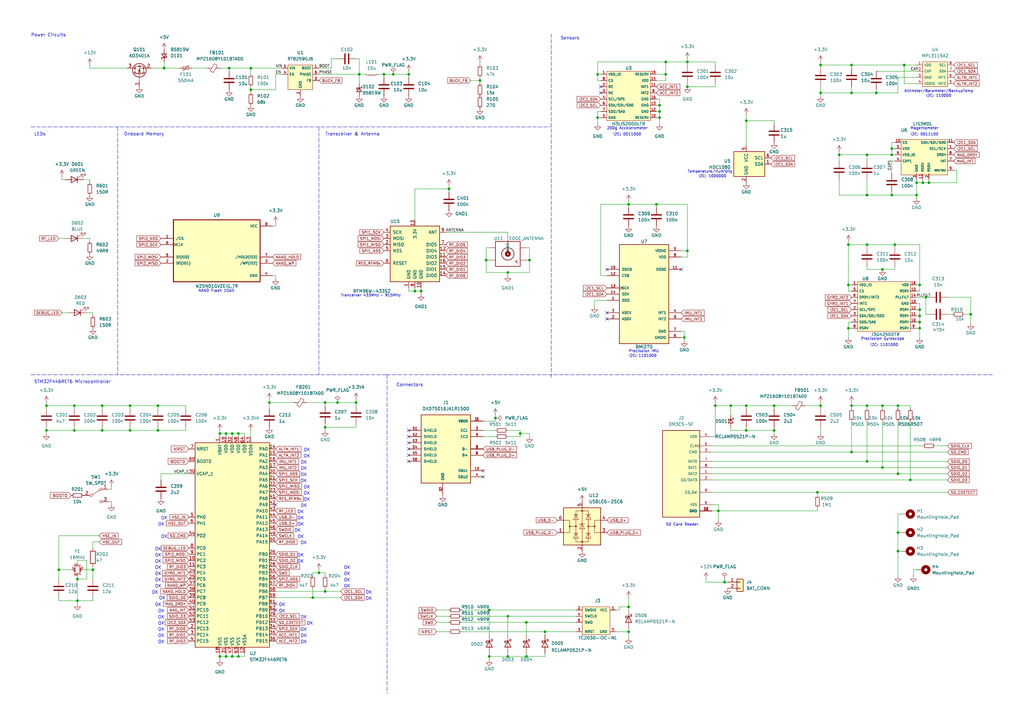
<source format=kicad_sch>
(kicad_sch (version 20211123) (generator eeschema)
  (paper "A3")
  (title_block (title "AURORA") (date "2022-12-05") (rev "V1") (company "Balthazar Avionics"))
  (junction (at 270.51 48.26))
  (junction (at 97.79 177.8))
  (junction (at 269.24 83.82))
  (junction (at 355.6 189.23))
  (junction (at 93.98 27.94))
  (junction (at 347.98 116.84))
  (junction (at 24.13 233.68))
  (junction (at 344.17 63.5))
  (junction (at 335.28 201.93))
  (junction (at 245.11 30.48))
  (junction (at 317.5 166.37))
  (junction (at 294.64 209.55))
  (junction (at 147.32 30.48))
  (junction (at 161.29 30.48))
  (junction (at 347.98 100.33))
  (junction (at 208.28 269.24))
  (junction (at 30.48 176.53))
  (junction (at 281.94 102.87))
  (junction (at 97.79 269.24))
  (junction (at 368.3 226.06))
  (junction (at 223.52 259.08))
  (junction (at 359.41 38.1))
  (junction (at 361.95 110.49))
  (junction (at 349.25 166.37))
  (junction (at 273.05 25.4))
  (junction (at 130.81 234.95))
  (junction (at 373.38 196.85))
  (junction (at 41.91 176.53))
  (junction (at 280.67 138.43))
  (junction (at 306.07 166.37))
  (junction (at 102.87 36.83))
  (junction (at 365.76 60.96))
  (junction (at 67.31 27.94))
  (junction (at 299.72 166.37))
  (junction (at 367.03 100.33))
  (junction (at 370.84 26.67))
  (junction (at 133.35 242.57))
  (junction (at 170.18 119.38))
  (junction (at 377.19 116.84))
  (junction (at 273.05 30.48))
  (junction (at 90.17 177.8))
  (junction (at 199.39 106.68))
  (junction (at 146.05 165.1))
  (junction (at 297.18 238.76))
  (junction (at 157.48 30.48))
  (junction (at 217.17 106.68))
  (junction (at 306.07 176.53))
  (junction (at 167.64 30.48))
  (junction (at 365.76 80.01))
  (junction (at 398.145 128.905))
  (junction (at 355.6 100.33))
  (junction (at 133.35 175.26))
  (junction (at 349.25 38.1))
  (junction (at 95.25 177.8))
  (junction (at 245.11 48.26))
  (junction (at 200.66 250.19))
  (junction (at 336.55 38.1))
  (junction (at 355.6 63.5))
  (junction (at 377.19 132.08))
  (junction (at 215.9 255.27))
  (junction (at 349.25 26.67))
  (junction (at 30.48 166.37))
  (junction (at 375.92 80.01))
  (junction (at 95.25 269.24))
  (junction (at 128.27 245.11))
  (junction (at 208.28 252.73))
  (junction (at 317.5 176.53))
  (junction (at 200.66 269.24))
  (junction (at 257.81 83.82))
  (junction (at 90.17 269.24))
  (junction (at 368.3 166.37))
  (junction (at 92.71 177.8))
  (junction (at 281.94 35.56))
  (junction (at 41.91 166.37))
  (junction (at 336.55 166.37))
  (junction (at 361.95 166.37))
  (junction (at 92.71 269.24))
  (junction (at 377.19 127))
  (junction (at 172.72 119.38))
  (junction (at 361.95 191.77))
  (junction (at 31.75 237.49))
  (junction (at 53.34 166.37))
  (junction (at 270.51 45.72))
  (junction (at 19.05 166.37))
  (junction (at 293.37 166.37))
  (junction (at 368.3 218.44))
  (junction (at 102.87 27.94))
  (junction (at 138.43 165.1))
  (junction (at 196.85 33.02))
  (junction (at 215.9 269.24))
  (junction (at 257.81 259.08))
  (junction (at 208.28 111.76))
  (junction (at 377.19 129.54))
  (junction (at 64.77 166.37))
  (junction (at 184.15 77.47))
  (junction (at 349.25 185.42))
  (junction (at 19.05 176.53))
  (junction (at 365.76 63.5))
  (junction (at 355.6 166.37))
  (junction (at 306.07 49.53))
  (junction (at 53.34 176.53))
  (junction (at 355.6 80.01))
  (junction (at 110.49 165.1))
  (junction (at 64.77 176.53))
  (junction (at 38.1 233.68))
  (junction (at 213.36 177.8))
  (junction (at 203.2 171.45))
  (junction (at 270.51 43.18))
  (junction (at 377.19 134.62))
  (junction (at 379.73 121.92))
  (junction (at 378.46 74.93))
  (junction (at 381 74.93))
  (junction (at 368.3 194.31))
  (junction (at 281.94 25.4))
  (junction (at 31.75 246.38))
  (junction (at 133.35 165.1))
  (junction (at 347.98 134.62))
  (junction (at 336.55 26.67))
  (junction (at 375.92 74.93))
  (junction (at 257.81 248.92))
  (no_connect (at 113.03 247.65))
  (no_connect (at 167.64 176.53))
  (no_connect (at 113.03 207.01))
  (no_connect (at 248.92 128.27))
  (no_connect (at 248.92 110.49))
  (no_connect (at 198.12 193.04))
  (no_connect (at 246.38 38.1))
  (no_connect (at 113.03 250.19))
  (no_connect (at 279.4 110.49))
  (no_connect (at 248.92 130.81))
  (no_connect (at 198.12 195.58))
  (no_connect (at 167.64 189.23))
  (no_connect (at 246.38 35.56))
  (no_connect (at 167.64 181.61))
  (no_connect (at 167.64 186.69))
  (no_connect (at 167.64 179.07))
  (no_connect (at 167.64 184.15))
  (wire (pts (xy 375.92 119.38) (xy 377.19 119.38)))
  (wire (pts (xy 100.33 269.24) (xy 97.79 269.24)))
  (wire (pts (xy 359.41 38.1) (xy 349.25 38.1)))
  (wire (pts (xy 375.92 74.93) (xy 375.92 80.01)))
  (wire (pts (xy 361.95 191.77) (xy 388.62 191.77)))
  (wire (pts (xy 367.03 100.33) (xy 377.19 100.33)))
  (wire (pts (xy 19.05 165.1) (xy 19.05 166.37)))
  (wire (pts (xy 368.3 166.37) (xy 368.3 167.64)))
  (wire (pts (xy 293.37 166.37) (xy 293.37 179.07)))
  (wire (pts (xy 217.17 111.76) (xy 208.28 111.76)))
  (wire (pts (xy 246.38 83.82) (xy 257.81 83.82)))
  (wire (pts (xy 257.81 82.55) (xy 257.81 83.82)))
  (wire (pts (xy 367.03 66.04) (xy 365.76 66.04)))
  (wire (pts (xy 317.5 166.37) (xy 306.07 166.37)))
  (wire (pts (xy 40.64 219.71) (xy 24.13 219.71)))
  (wire (pts (xy 130.81 234.95) (xy 133.35 234.95)))
  (wire (pts (xy 375.92 116.84) (xy 377.19 116.84)))
  (wire (pts (xy 95.25 177.8) (xy 97.79 177.8)))
  (wire (pts (xy 373.38 196.85) (xy 388.62 196.85)))
  (wire (pts (xy 375.92 73.66) (xy 375.92 74.93)))
  (wire (pts (xy 273.05 25.4) (xy 273.05 30.48)))
  (wire (pts (xy 90.17 177.8) (xy 92.71 177.8)))
  (wire (pts (xy 64.77 176.53) (xy 76.2 176.53)))
  (wire (pts (xy 147.32 24.13) (xy 147.32 30.48)))
  (wire (pts (xy 53.34 175.26) (xy 53.34 176.53)))
  (wire (pts (xy 53.34 176.53) (xy 64.77 176.53)))
  (wire (pts (xy 95.25 177.8) (xy 95.25 179.07)))
  (wire (pts (xy 41.91 175.26) (xy 41.91 176.53)))
  (wire (pts (xy 200.66 269.24) (xy 208.28 269.24)))
  (wire (pts (xy 200.66 250.19) (xy 236.22 250.19)))
  (wire (pts (xy 280.67 135.89) (xy 280.67 138.43)))
  (wire (pts (xy 102.87 36.83) (xy 102.87 38.1)))
  (wire (pts (xy 270.51 43.18) (xy 270.51 45.72)))
  (wire (pts (xy 110.49 165.1) (xy 110.49 167.64)))
  (wire (pts (xy 76.2 176.53) (xy 76.2 175.26)))
  (wire (pts (xy 245.11 25.4) (xy 273.05 25.4)))
  (wire (pts (xy 246.38 45.72) (xy 245.11 45.72)))
  (wire (pts (xy 375.92 127) (xy 377.19 127)))
  (wire (pts (xy 368.3 194.31) (xy 388.62 194.31)))
  (wire (pts (xy 281.94 102.87) (xy 281.94 105.41)))
  (wire (pts (xy 66.04 194.31) (xy 66.04 196.85)))
  (wire (pts (xy 367.03 63.5) (xy 365.76 63.5)))
  (wire (pts (xy 102.87 27.94) (xy 115.57 27.94)))
  (wire (pts (xy 34.29 97.79) (xy 36.83 97.79)))
  (wire (pts (xy 374.65 233.68) (xy 375.92 233.68)))
  (wire (pts (xy 246.38 113.03) (xy 246.38 83.82)))
  (wire (pts (xy 361.95 166.37) (xy 361.95 167.64)))
  (wire (pts (xy 135.89 27.94) (xy 135.89 24.13)))
  (wire (pts (xy 252.73 259.08) (xy 257.81 259.08)))
  (wire (pts (xy 377.19 127) (xy 377.19 129.54)))
  (wire (pts (xy 146.05 163.83) (xy 146.05 165.1)))
  (wire (pts (xy 349.25 134.62) (xy 347.98 134.62)))
  (wire (pts (xy 377.19 124.46) (xy 377.19 127)))
  (wire (pts (xy 147.32 30.48) (xy 149.86 30.48)))
  (wire (pts (xy 365.76 60.96) (xy 367.03 60.96)))
  (wire (pts (xy 279.4 135.89) (xy 280.67 135.89)))
  (wire (pts (xy 355.6 189.23) (xy 388.62 189.23)))
  (wire (pts (xy 292.1 179.07) (xy 293.37 179.07)))
  (wire (pts (xy 293.37 165.1) (xy 293.37 166.37)))
  (wire (pts (xy 347.98 100.33) (xy 347.98 116.84)))
  (wire (pts (xy 102.87 176.53) (xy 102.87 179.07)))
  (wire (pts (xy 373.38 167.64) (xy 373.38 166.37)))
  (wire (pts (xy 64.77 175.26) (xy 64.77 176.53)))
  (wire (pts (xy 355.6 63.5) (xy 355.6 66.04)))
  (wire (pts (xy 349.25 185.42) (xy 388.62 185.42)))
  (wire (pts (xy 293.37 26.67) (xy 293.37 25.4)))
  (wire (pts (xy 369.57 210.82) (xy 368.3 210.82)))
  (wire (pts (xy 34.29 233.68) (xy 38.1 233.68)))
  (wire (pts (xy 208.28 252.73) (xy 208.28 260.35)))
  (wire (pts (xy 269.24 33.02) (xy 273.05 33.02)))
  (wire (pts (xy 41.91 176.53) (xy 53.34 176.53)))
  (wire (pts (xy 53.34 166.37) (xy 64.77 166.37)))
  (wire (pts (xy 138.43 165.1) (xy 133.35 165.1)))
  (wire (pts (xy 377.19 132.08) (xy 377.19 134.62)))
  (wire (pts (xy 189.23 252.73) (xy 208.28 252.73)))
  (wire (pts (xy 293.37 25.4) (xy 281.94 25.4)))
  (wire (pts (xy 377.19 119.38) (xy 377.19 116.84)))
  (wire (pts (xy 36.83 97.79) (xy 36.83 99.06)))
  (wire (pts (xy 200.66 101.6) (xy 199.39 101.6)))
  (wire (pts (xy 189.23 255.27) (xy 215.9 255.27)))
  (wire (pts (xy 365.76 63.5) (xy 365.76 60.96)))
  (wire (pts (xy 292.1 189.23) (xy 355.6 189.23)))
  (wire (pts (xy 95.25 269.24) (xy 92.71 269.24)))
  (wire (pts (xy 92.71 177.8) (xy 92.71 179.07)))
  (wire (pts (xy 279.4 138.43) (xy 280.67 138.43)))
  (wire (pts (xy 36.83 27.94) (xy 52.07 27.94)))
  (wire (pts (xy 113.03 30.48) (xy 115.57 30.48)))
  (wire (pts (xy 347.98 99.06) (xy 347.98 100.33)))
  (wire (pts (xy 270.51 45.72) (xy 270.51 48.26)))
  (wire (pts (xy 349.25 132.08) (xy 347.98 132.08)))
  (wire (pts (xy 90.17 267.97) (xy 90.17 269.24)))
  (wire (pts (xy 245.11 48.26) (xy 246.38 48.26)))
  (wire (pts (xy 133.35 175.26) (xy 133.35 176.53)))
  (wire (pts (xy 375.92 31.75) (xy 368.3 31.75)))
  (wire (pts (xy 368.3 38.1) (xy 359.41 38.1)))
  (wire (pts (xy 381 73.66) (xy 381 74.93)))
  (wire (pts (xy 392.43 69.85) (xy 392.43 74.93)))
  (wire (pts (xy 281.94 83.82) (xy 281.94 102.87)))
  (wire (pts (xy 30.48 166.37) (xy 19.05 166.37)))
  (wire (pts (xy 31.75 236.22) (xy 31.75 237.49)))
  (wire (pts (xy 375.92 132.08) (xy 377.19 132.08)))
  (wire (pts (xy 349.25 26.67) (xy 370.84 26.67)))
  (wire (pts (xy 200.66 250.19) (xy 200.66 260.35)))
  (wire (pts (xy 130.81 233.68) (xy 130.81 234.95)))
  (wire (pts (xy 179.07 250.19) (xy 184.15 250.19)))
  (wire (pts (xy 370.84 26.67) (xy 375.92 26.67)))
  (wire (pts (xy 93.98 27.94) (xy 102.87 27.94)))
  (wire (pts (xy 379.73 121.92) (xy 381 121.92)))
  (wire (pts (xy 374.65 236.22) (xy 374.65 233.68)))
  (wire (pts (xy 248.92 113.03) (xy 246.38 113.03)))
  (wire (pts (xy 24.13 219.71) (xy 24.13 233.68)))
  (wire (pts (xy 38.1 222.25) (xy 38.1 224.79)))
  (wire (pts (xy 361.95 191.77) (xy 361.95 172.72)))
  (wire (pts (xy 344.17 73.66) (xy 344.17 80.01)))
  (wire (pts (xy 336.55 165.1) (xy 336.55 166.37)))
  (wire (pts (xy 196.85 25.4) (xy 196.85 26.67)))
  (wire (pts (xy 78.74 27.94) (xy 85.09 27.94)))
  (wire (pts (xy 113.03 245.11) (xy 128.27 245.11)))
  (wire (pts (xy 335.28 201.93) (xy 388.62 201.93)))
  (wire (pts (xy 133.35 165.1) (xy 133.35 166.37)))
  (wire (pts (xy 344.17 62.23) (xy 344.17 63.5)))
  (wire (pts (xy 38.1 246.38) (xy 38.1 245.11)))
  (wire (pts (xy 128.27 234.95) (xy 130.81 234.95)))
  (wire (pts (xy 200.66 269.24) (xy 200.66 270.51)))
  (wire (pts (xy 388.62 121.92) (xy 398.145 121.92)))
  (wire (pts (xy 167.64 29.21) (xy 167.64 30.48)))
  (wire (pts (xy 306.07 167.64) (xy 306.07 166.37)))
  (polyline (pts (xy 48.26 52.07) (xy 48.26 153.67)))
  (wire (pts (xy 170.18 119.38) (xy 172.72 119.38)))
  (wire (pts (xy 388.62 128.905) (xy 390.525 128.905)))
  (wire (pts (xy 102.87 36.83) (xy 113.03 36.83)))
  (wire (pts (xy 281.94 24.13) (xy 281.94 25.4)))
  (wire (pts (xy 208.28 267.97) (xy 208.28 269.24)))
  (wire (pts (xy 110.49 163.83) (xy 110.49 165.1)))
  (wire (pts (xy 269.24 40.64) (xy 270.51 40.64)))
  (wire (pts (xy 100.33 177.8) (xy 100.33 179.07)))
  (wire (pts (xy 38.1 232.41) (xy 38.1 233.68)))
  (wire (pts (xy 378.46 73.66) (xy 378.46 74.93)))
  (wire (pts (xy 44.45 205.74) (xy 45.72 205.74)))
  (wire (pts (xy 269.24 43.18) (xy 270.51 43.18)))
  (wire (pts (xy 167.64 118.11) (xy 167.64 119.38)))
  (wire (pts (xy 355.6 63.5) (xy 344.17 63.5)))
  (wire (pts (xy 365.76 78.74) (xy 365.76 80.01)))
  (wire (pts (xy 223.52 269.24) (xy 223.52 267.97)))
  (wire (pts (xy 92.71 177.8) (xy 95.25 177.8)))
  (wire (pts (xy 257.81 83.82) (xy 269.24 83.82)))
  (wire (pts (xy 53.34 167.64) (xy 53.34 166.37)))
  (wire (pts (xy 113.03 113.03) (xy 113.03 114.3)))
  (wire (pts (xy 349.25 185.42) (xy 349.25 172.72)))
  (wire (pts (xy 196.85 31.75) (xy 196.85 33.02)))
  (wire (pts (xy 299.72 176.53) (xy 306.07 176.53)))
  (wire (pts (xy 217.17 106.68) (xy 215.9 106.68)))
  (wire (pts (xy 38.1 128.27) (xy 38.1 129.54)))
  (wire (pts (xy 368.3 194.31) (xy 368.3 172.72)))
  (wire (pts (xy 379.73 128.905) (xy 379.73 121.92)))
  (wire (pts (xy 375.92 34.29) (xy 370.84 34.29)))
  (wire (pts (xy 90.17 176.53) (xy 90.17 177.8)))
  (wire (pts (xy 377.19 134.62) (xy 377.19 138.43)))
  (wire (pts (xy 146.05 173.99) (xy 146.05 175.26)))
  (wire (pts (xy 19.05 175.26) (xy 19.05 176.53)))
  (wire (pts (xy 368.3 210.82) (xy 368.3 218.44)))
  (wire (pts (xy 30.48 176.53) (xy 41.91 176.53)))
  (polyline (pts (xy 158.75 153.67) (xy 158.75 284.48)))
  (wire (pts (xy 24.13 246.38) (xy 31.75 246.38)))
  (wire (pts (xy 292.1 182.88) (xy 378.46 182.88)))
  (wire (pts (xy 349.25 166.37) (xy 355.6 166.37)))
  (wire (pts (xy 279.4 102.87) (xy 281.94 102.87)))
  (wire (pts (xy 335.28 208.28) (xy 335.28 209.55)))
  (wire (pts (xy 355.6 166.37) (xy 355.6 167.64)))
  (wire (pts (xy 299.72 175.26) (xy 299.72 176.53)))
  (wire (pts (xy 154.94 30.48) (xy 157.48 30.48)))
  (wire (pts (xy 161.29 30.48) (xy 167.64 30.48)))
  (wire (pts (xy 245.11 30.48) (xy 245.11 33.02)))
  (wire (pts (xy 367.03 110.49) (xy 367.03 109.22)))
  (wire (pts (xy 273.05 25.4) (xy 281.94 25.4)))
  (wire (pts (xy 243.84 123.19) (xy 243.84 125.73)))
  (wire (pts (xy 292.1 185.42) (xy 349.25 185.42)))
  (wire (pts (xy 349.25 119.38) (xy 347.98 119.38)))
  (wire (pts (xy 199.39 106.68) (xy 200.66 106.68)))
  (wire (pts (xy 347.98 100.33) (xy 355.6 100.33)))
  (wire (pts (xy 269.24 48.26) (xy 270.51 48.26)))
  (wire (pts (xy 215.9 269.24) (xy 223.52 269.24)))
  (wire (pts (xy 41.91 166.37) (xy 30.48 166.37)))
  (polyline (pts (xy 226.06 154.94) (xy 226.06 13.97)))
  (wire (pts (xy 344.17 80.01) (xy 355.6 80.01)))
  (wire (pts (xy 299.72 166.37) (xy 293.37 166.37)))
  (wire (pts (xy 289.56 237.49) (xy 289.56 238.76)))
  (wire (pts (xy 368.3 218.44) (xy 368.3 226.06)))
  (wire (pts (xy 378.46 74.93) (xy 375.92 74.93)))
  (wire (pts (xy 365.76 63.5) (xy 355.6 63.5)))
  (wire (pts (xy 196.85 33.02) (xy 196.85 34.29)))
  (wire (pts (xy 36.83 26.67) (xy 36.83 27.94)))
  (wire (pts (xy 64.77 166.37) (xy 64.77 167.64)))
  (polyline (pts (xy 158.496 153.67) (xy 407.67 153.67)))
  (wire (pts (xy 392.43 74.93) (xy 381 74.93)))
  (wire (pts (xy 280.67 138.43) (xy 280.67 139.7)))
  (wire (pts (xy 248.92 123.19) (xy 243.84 123.19)))
  (wire (pts (xy 306.07 46.99) (xy 306.07 49.53)))
  (wire (pts (xy 199.39 111.76) (xy 199.39 106.68)))
  (wire (pts (xy 398.145 121.92) (xy 398.145 128.905)))
  (wire (pts (xy 24.13 237.49) (xy 24.13 233.68)))
  (wire (pts (xy 257.81 85.09) (xy 257.81 83.82)))
  (wire (pts (xy 254 250.19) (xy 254 248.92)))
  (wire (pts (xy 213.36 176.53) (xy 213.36 177.8)))
  (wire (pts (xy 179.07 259.08) (xy 184.15 259.08)))
  (wire (pts (xy 157.48 30.48) (xy 157.48 31.75)))
  (wire (pts (xy 383.54 182.88) (xy 388.62 182.88)))
  (wire (pts (xy 292.1 194.31) (xy 368.3 194.31)))
  (wire (pts (xy 365.76 66.04) (xy 365.76 71.12)))
  (wire (pts (xy 146.05 165.1) (xy 146.05 166.37)))
  (wire (pts (xy 45.72 199.39) (xy 45.72 200.66)))
  (wire (pts (xy 317.5 166.37) (xy 325.12 166.37)))
  (wire (pts (xy 146.05 165.1) (xy 138.43 165.1)))
  (wire (pts (xy 355.6 109.22) (xy 355.6 110.49)))
  (wire (pts (xy 245.11 25.4) (xy 245.11 30.48)))
  (wire (pts (xy 347.98 132.08) (xy 347.98 134.62)))
  (wire (pts (xy 215.9 255.27) (xy 215.9 260.35)))
  (wire (pts (xy 66.04 194.31) (xy 77.47 194.31)))
  (wire (pts (xy 179.07 252.73) (xy 184.15 252.73)))
  (wire (pts (xy 97.79 177.8) (xy 100.33 177.8)))
  (wire (pts (xy 336.55 175.26) (xy 336.55 177.8)))
  (wire (pts (xy 40.64 222.25) (xy 38.1 222.25)))
  (wire (pts (xy 25.4 128.27) (xy 27.94 128.27)))
  (wire (pts (xy 292.1 207.01) (xy 294.64 207.01)))
  (wire (pts (xy 113.03 91.44) (xy 113.03 92.71)))
  (wire (pts (xy 24.13 245.11) (xy 24.13 246.38)))
  (wire (pts (xy 368.3 31.75) (xy 368.3 38.1)))
  (wire (pts (xy 31.75 246.38) (xy 31.75 247.65)))
  (wire (pts (xy 293.37 35.56) (xy 293.37 34.29)))
  (wire (pts (xy 381 74.93) (xy 378.46 74.93)))
  (wire (pts (xy 375.92 124.46) (xy 377.19 124.46)))
  (wire (pts (xy 269.24 83.82) (xy 281.94 83.82)))
  (wire (pts (xy 198.12 172.72) (xy 203.2 172.72)))
  (wire (pts (xy 391.16 69.85) (xy 392.43 69.85)))
  (wire (pts (xy 35.56 229.87) (xy 35.56 237.49)))
  (wire (pts (xy 355.6 189.23) (xy 355.6 172.72)))
  (wire (pts (xy 215.9 267.97) (xy 215.9 269.24)))
  (wire (pts (xy 245.11 45.72) (xy 245.11 48.26)))
  (wire (pts (xy 257.81 257.81) (xy 257.81 259.08)))
  (wire (pts (xy 355.6 100.33) (xy 355.6 101.6)))
  (wire (pts (xy 336.55 38.1) (xy 336.55 39.37)))
  (wire (pts (xy 125.73 165.1) (xy 133.35 165.1)))
  (wire (pts (xy 135.89 24.13) (xy 138.43 24.13)))
  (wire (pts (xy 269.24 83.82) (xy 269.24 85.09)))
  (wire (pts (xy 273.05 30.48) (xy 273.05 33.02)))
  (wire (pts (xy 370.84 34.29) (xy 370.84 26.67)))
  (wire (pts (xy 35.56 237.49) (xy 31.75 237.49)))
  (wire (pts (xy 344.17 63.5) (xy 344.17 66.04)))
  (wire (pts (xy 306.07 166.37) (xy 299.72 166.37)))
  (wire (pts (xy 128.27 245.11) (xy 139.7 245.11)))
  (wire (pts (xy 133.35 242.57) (xy 139.7 242.57)))
  (wire (pts (xy 203.2 170.18) (xy 203.2 171.45)))
  (wire (pts (xy 19.05 176.53) (xy 30.48 176.53)))
  (wire (pts (xy 31.75 246.38) (xy 38.1 246.38)))
  (wire (pts (xy 367.03 100.33) (xy 367.03 101.6)))
  (wire (pts (xy 336.55 166.37) (xy 336.55 167.64)))
  (wire (pts (xy 359.41 36.83) (xy 359.41 38.1)))
  (wire (pts (xy 375.92 129.54) (xy 377.19 129.54)))
  (wire (pts (xy 111.76 92.71) (xy 113.03 92.71)))
  (wire (pts (xy 245.11 30.48) (xy 246.38 30.48)))
  (wire (pts (xy 270.51 48.26) (xy 270.51 50.8)))
  (wire (pts (xy 349.25 26.67) (xy 336.55 26.67)))
  (wire (pts (xy 292.1 191.77) (xy 361.95 191.77)))
  (wire (pts (xy 167.64 119.38) (xy 170.18 119.38)))
  (wire (pts (xy 19.05 176.53) (xy 19.05 177.8)))
  (wire (pts (xy 133.35 175.26) (xy 133.35 173.99)))
  (wire (pts (xy 269.24 30.48) (xy 273.05 30.48)))
  (wire (pts (xy 223.52 259.08) (xy 236.22 259.08)))
  (wire (pts (xy 217.17 177.8) (xy 213.36 177.8)))
  (wire (pts (xy 146.05 175.26) (xy 133.35 175.26)))
  (wire (pts (xy 31.75 229.87) (xy 35.56 229.87)))
  (wire (pts (xy 34.29 73.66) (xy 36.83 73.66)))
  (wire (pts (xy 336.55 26.67) (xy 336.55 27.94)))
  (wire (pts (xy 217.17 106.68) (xy 217.17 111.76)))
  (wire (pts (xy 76.2 166.37) (xy 76.2 167.64)))
  (wire (pts (xy 347.98 116.84) (xy 347.98 119.38)))
  (wire (pts (xy 349.25 27.94) (xy 349.25 26.67)))
  (wire (pts (xy 299.72 166.37) (xy 299.72 170.18)))
  (wire (pts (xy 257.81 245.11) (xy 257.81 248.92)))
  (wire (pts (xy 179.07 255.27) (xy 184.15 255.27)))
  (wire (pts (xy 41.91 166.37) (xy 53.34 166.37)))
  (wire (pts (xy 199.39 101.6) (xy 199.39 106.68)))
  (wire (pts (xy 97.79 269.24) (xy 95.25 269.24)))
  (wire (pts (xy 317.5 176.53) (xy 317.5 175.26)))
  (wire (pts (xy 19.05 166.37) (xy 19.05 167.64)))
  (wire (pts (xy 128.27 236.22) (xy 128.27 234.95)))
  (wire (pts (xy 198.12 176.53) (xy 203.2 176.53)))
  (wire (pts (xy 170.18 118.11) (xy 170.18 119.38)))
  (wire (pts (xy 349.25 116.84) (xy 347.98 116.84)))
  (wire (pts (xy 30.48 175.26) (xy 30.48 176.53)))
  (wire (pts (xy 113.03 242.57) (xy 133.35 242.57)))
  (wire (pts (xy 330.2 166.37) (xy 336.55 166.37)))
  (wire (pts (xy 223.52 259.08) (xy 223.52 260.35)))
  (wire (pts (xy 336.55 38.1) (xy 336.55 35.56)))
  (wire (pts (xy 246.38 33.02) (xy 245.11 33.02)))
  (wire (pts (xy 289.56 238.76) (xy 297.18 238.76)))
  (wire (pts (xy 306.07 49.53) (xy 306.07 59.69)))
  (wire (pts (xy 294.64 209.55) (xy 335.28 209.55)))
  (wire (pts (xy 184.15 76.2) (xy 184.15 77.47)))
  (wire (pts (xy 359.41 29.21) (xy 375.92 29.21)))
  (wire (pts (xy 281.94 35.56) (xy 293.37 35.56)))
  (wire (pts (xy 292.1 201.93) (xy 335.28 201.93)))
  (wire (pts (xy 215.9 255.27) (xy 236.22 255.27)))
  (wire (pts (xy 133.35 241.3) (xy 133.35 242.57)))
  (wire (pts (xy 133.35 234.95) (xy 133.35 236.22)))
  (wire (pts (xy 111.76 113.03) (xy 113.03 113.03)))
  (wire (pts (xy 35.56 128.27) (xy 38.1 128.27)))
  (wire (pts (xy 208.28 252.73) (xy 236.22 252.73)))
  (wire (pts (xy 336.55 25.4) (xy 336.55 26.67)))
  (wire (pts (xy 375.92 134.62) (xy 377.19 134.62)))
  (wire (pts (xy 41.91 166.37) (xy 41.91 167.64)))
  (wire (pts (xy 281.94 25.4) (xy 281.94 26.67)))
  (wire (pts (xy 193.04 33.02) (xy 196.85 33.02)))
  (wire (pts (xy 128.27 241.3) (xy 128.27 245.11)))
  (wire (pts (xy 110.49 165.1) (xy 120.65 165.1)))
  (wire (pts (xy 306.07 176.53) (xy 317.5 176.53)))
  (wire (pts (xy 100.33 267.97) (xy 100.33 269.24)))
  (wire (pts (xy 97.79 267.97) (xy 97.79 269.24)))
  (wire (pts (xy 24.13 233.68) (xy 29.21 233.68)))
  (wire (pts (xy 361.95 166.37) (xy 368.3 166.37)))
  (wire (pts (xy 45.72 205.74) (xy 45.72 207.01)))
  (wire (pts (xy 92.71 267.97) (xy 92.71 269.24)))
  (wire (pts (xy 182.88 95.25) (xy 208.28 95.25)))
  (wire (pts (xy 67.31 27.94) (xy 73.66 27.94)))
  (wire (pts (xy 257.81 259.08) (xy 257.81 261.62)))
  (wire (pts (xy 306.07 175.26) (xy 306.07 176.53)))
  (wire (pts (xy 365.76 58.42) (xy 365.76 60.96)))
  (wire (pts (xy 113.03 36.83) (xy 113.03 30.48)))
  (wire (pts (xy 257.81 248.92) (xy 257.81 250.19)))
  (wire (pts (xy 292.1 196.85) (xy 373.38 196.85)))
  (wire (pts (xy 398.145 128.905) (xy 398.145 132.715)))
  (wire (pts (xy 62.23 27.94) (xy 67.31 27.94)))
  (wire (pts (xy 355.6 100.33) (xy 367.03 100.33)))
  (wire (pts (xy 215.9 101.6) (xy 217.17 101.6)))
  (wire (pts (xy 200.66 267.97) (xy 200.66 269.24)))
  (wire (pts (xy 170.18 90.17) (xy 170.18 77.47)))
  (wire (pts (xy 217.17 179.07) (xy 217.17 177.8)))
  (wire (pts (xy 368.3 226.06) (xy 369.57 226.06)))
  (wire (pts (xy 38.1 233.68) (xy 38.1 237.49)))
  (wire (pts (xy 157.48 30.48) (xy 161.29 30.48)))
  (wire (pts (xy 292.1 209.55) (xy 294.64 209.55)))
  (wire (pts (xy 208.28 111.76) (xy 199.39 111.76)))
  (wire (pts (xy 208.28 269.24) (xy 215.9 269.24)))
  (wire (pts (xy 208.28 176.53) (xy 213.36 176.53)))
  (wire (pts (xy 97.79 177.8) (xy 97.79 179.07)))
  (wire (pts (xy 93.98 27.94) (xy 93.98 29.21)))
  (wire (pts (xy 130.81 27.94) (xy 135.89 27.94)))
  (wire (pts (xy 281.94 105.41) (xy 279.4 105.41)))
  (wire (pts (xy 189.23 259.08) (xy 223.52 259.08)))
  (wire (pts (xy 355.6 166.37) (xy 361.95 166.37)))
  (wire (pts (xy 245.11 48.26) (xy 245.11 50.8)))
  (wire (pts (xy 373.38 166.37) (xy 368.3 166.37)))
  (polyline (pts (xy 12.7 153.67) (xy 158.75 153.67)))
  (wire (pts (xy 254 248.92) (xy 257.81 248.92)))
  (wire (pts (xy 67.31 25.4) (xy 67.31 27.94)))
  (wire (pts (xy 373.38 172.72) (xy 373.38 196.85)))
  (wire (pts (xy 45.72 200.66) (xy 44.45 200.66)))
  (wire (pts (xy 375.92 121.92) (xy 379.73 121.92)))
  (wire (pts (xy 64.77 166.37) (xy 76.2 166.37)))
  (wire (pts (xy 198.12 179.07) (xy 203.2 179.07)))
  (wire (pts (xy 355.6 80.01) (xy 365.76 80.01)))
  (wire (pts (xy 349.25 38.1) (xy 336.55 38.1)))
  (wire (pts (xy 217.17 101.6) (xy 217.17 106.68)))
  (wire (pts (xy 31.75 231.14) (xy 31.75 229.87)))
  (wire (pts (xy 347.98 134.62) (xy 347.98 138.43)))
  (wire (pts (xy 297.18 238.76) (xy 298.45 238.76)))
  (wire (pts (xy 349.25 166.37) (xy 349.25 167.64)))
  (wire (pts (xy 361.95 110.49) (xy 367.03 110.49)))
  (wire (pts (xy 172.72 118.11) (xy 172.72 119.38)))
  (wire (pts (xy 281.94 34.29) (xy 281.94 35.56)))
  (wire (pts (xy 102.87 35.56) (xy 102.87 36.83)))
  (wire (pts (xy 270.51 40.64) (xy 270.51 43.18)))
  (wire (pts (xy 92.71 269.24) (xy 90.17 269.24)))
  (wire (pts (xy 146.05 24.13) (xy 147.32 24.13)))
  (wire (pts (xy 203.2 171.45) (xy 203.2 172.72)))
  (wire (pts (xy 213.36 177.8) (xy 213.36 179.07)))
  (wire (pts (xy 294.64 209.55) (xy 294.64 213.36)))
  (wire (pts (xy 130.81 30.48) (xy 147.32 30.48)))
  (polyline (pts (xy 130.81 52.07) (xy 130.81 153.67)))
  (wire (pts (xy 167.64 31.75) (xy 167.64 30.48)))
  (wire (pts (xy 36.83 73.66) (xy 36.83 74.93)))
  (wire (pts (xy 24.13 97.79) (xy 26.67 97.79)))
  (wire (pts (xy 294.64 207.01) (xy 294.64 209.55)))
  (wire (pts (xy 377.19 129.54) (xy 377.19 132.08)))
  (polyline (pts (xy 12.7 52.07) (xy 226.06 52.07)))
  (wire (pts (xy 208.28 111.76) (xy 208.28 113.03)))
  (wire (pts (xy 90.17 269.24) (xy 90.17 270.51)))
  (wire (pts (xy 349.25 165.1) (xy 349.25 166.37)))
  (wire (pts (xy 349.25 35.56) (xy 349.25 38.1)))
  (wire (pts (xy 31.75 237.49) (xy 31.75 246.38)))
  (wire (pts (xy 381 128.905) (xy 379.73 128.905)))
  (wire (pts (xy 213.36 179.07) (xy 208.28 179.07)))
  (wire (pts (xy 170.18 77.47) (xy 184.15 77.47)))
  (wire (pts (xy 25.4 72.39) (xy 25.4 73.66)))
  (wire (pts (xy 147.32 30.48) (xy 147.32 34.29)))
  (wire (pts (xy 90.17 177.8) (xy 90.17 179.07)))
  (wire (pts (xy 367.03 58.42) (xy 365.76 58.42)))
  (wire (pts (xy 297.18 237.49) (xy 297.18 238.76)))
  (wire (pts (xy 368.3 218.44) (xy 369.57 218.44)))
  (wire (pts (xy 90.17 27.94) (xy 93.98 27.94)))
  (wire (pts (xy 317.5 176.53) (xy 317.5 177.8)))
  (wire (pts (xy 269.24 45.72) (xy 270.51 45.72)))
  (wire (pts (xy 95.25 267.97) (xy 95.25 269.24)))
  (wire (pts (xy 102.87 27.94) (xy 102.87 30.48)))
  (wire (pts (xy 355.6 73.66) (xy 355.6 80.01)))
  (wire (pts (xy 252.73 250.19) (xy 254 250.19)))
  (wire (pts (xy 395.605 128.905) (xy 398.145 128.905)))
  (wire (pts (xy 317.5 50.8) (xy 317.5 49.53)))
  (wire (pts (xy 184.15 77.47) (xy 184.15 78.74)))
  (wire (pts (xy 317.5 167.64) (xy 317.5 166.37)))
  (wire (pts (xy 368.3 226.06) (xy 368.3 236.22)))
  (wire (pts (xy 208.28 95.25) (xy 208.28 96.52)))
  (wire (pts (xy 317.5 49.53) (xy 306.07 49.53)))
  (wire (pts (xy 335.28 201.93) (xy 335.28 203.2)))
  (wire (pts (xy 30.48 166.37) (xy 30.48 167.64)))
  (wire (pts (xy 189.23 250.19) (xy 200.66 250.19)))
  (wire (pts (xy 365.76 80.01) (xy 375.92 80.01)))
  (wire (pts (xy 375.92 80.01) (xy 375.92 81.28)))
  (wire (pts (xy 377.19 100.33) (xy 377.19 116.84)))
  (wire (pts (xy 355.6 110.49) (xy 361.95 110.49)))
  (wire (pts (xy 172.72 119.38) (xy 172.72 120.65)))
  (wire (pts (xy 25.4 73.66) (xy 26.67 73.66)))
  (text "OK" (at 120.65 218.44 0) (effects (font (size 1.27 1.27)) (justify left bottom)))
  (text "I2C: 1101000" (at 356.87 142.24 0) (effects (font (size 1.1 1.1)) (justify left bottom)))
  (text "OK" (at 114.3 248.92 0) (effects (font (size 1.27 1.27)) (justify left bottom)))
  (text "OK" (at 64.77 254 0) (effects (font (size 1.27 1.27)) (justify left bottom)))
  (text "OK" (at 64.77 264.16 0) (effects (font (size 1.27 1.27)) (justify left bottom)))
  (text "OK" (at 121.92 228.6 0) (effects (font (size 1.27 1.27)) (justify left bottom)))
  (text "OK" (at 140.97 236.22 0) (effects (font (size 1.27 1.27)) (justify left bottom)))
  (text "OK" (at 64.77 251.46 0) (effects (font (size 1.27 1.27)) (justify left bottom)))
  (text "Sensors" (at 229.87 16.51 0) (effects (font (size 1.3 1.3)) (justify left bottom)))
  (text "Temperature/Humidity\n" (at 281.94 71.12 0) (effects (font (size 1.1 1.1)) (justify left bottom)))
  (text "OK" (at 140.97 241.3 0) (effects (font (size 1.27 1.27)) (justify left bottom)))
  (text "OK" (at 63.5 233.68 0) (effects (font (size 1.27 1.27)) (justify left bottom)))
  (text "OK" (at 123.19 195.58 0) (effects (font (size 1.27 1.27)) (justify left bottom)))
  (text "OK" (at 63.5 236.22 0) (effects (font (size 1.27 1.27)) (justify left bottom)))
  (text "200g Accelerometer\n" (at 248.92 53.34 0) (effects (font (size 1.1 1.1)) (justify left bottom)))
  (text "Altimeter/Barometer/BackupTemp" (at 370.84 38.1 0) (effects (font (size 1.1 1.1)) (justify left bottom)))
  (text "OK" (at 149.86 246.38 0) (effects (font (size 1.27 1.27)) (justify left bottom)))
  (text "OK" (at 65.161 246.1454 0) (effects (font (size 1.27 1.27)) (justify left bottom)))
  (text "OK" (at 63.5 231.14 0) (effects (font (size 1.27 1.27)) (justify left bottom)))
  (text "OK" (at 124.46 187.96 0) (effects (font (size 1.27 1.27)) (justify left bottom)))
  (text "OK" (at 64.77 215.9 0) (effects (font (size 1.27 1.27)) (justify left bottom)))
  (text "Tranceiver 433MHz ~ 915MHz" (at 139.7 121.92 0) (effects (font (size 1.1 1.1)) (justify left bottom)))
  (text "OK" (at 123.19 223.52 0) (effects (font (size 1.27 1.27)) (justify left bottom)))
  (text "OK" (at 64.77 261.62 0) (effects (font (size 1.27 1.27)) (justify left bottom)))
  (text "OK" (at 124.46 205.74 0) (effects (font (size 1.27 1.27)) (justify left bottom)))
  (text "SD Card Reader" (at 273.05 215.9 0) (effects (font (size 1.1 1.1)) (justify left bottom)))
  (text "I2C: 110000\n" (at 379.73 40.005 0) (effects (font (size 1.1 1.1)) (justify left bottom)))
  (text "OK" (at 66.04 213.36 0) (effects (font (size 1.27 1.27)) (justify left bottom)))
  (text "OK" (at 121.92 231.14 0) (effects (font (size 1.27 1.27)) (justify left bottom)))
  (text "Precission Gyroscope\n" (at 353.06 139.7 0) (effects (font (size 1.1 1.1)) (justify left bottom)))
  (text "I2C: 0011100\n" (at 373.38 55.88 0) (effects (font (size 1.1 1.1)) (justify left bottom)))
  (text "OK" (at 114.3 251.46 0) (effects (font (size 1.27 1.27)) (justify left bottom)))
  (text "Magentometer" (at 373.38 53.34 0) (effects (font (size 1.1 1.1)) (justify left bottom)))
  (text "OK" (at 123.19 259.08 0) (effects (font (size 1.27 1.27)) (justify left bottom)))
  (text "OK" (at 121.92 210.82 0) (effects (font (size 1.27 1.27)) (justify left bottom)))
  (text "OK" (at 124.46 200.66 0) (effects (font (size 1.27 1.27)) (justify left bottom)))
  (text "Transceiver & Antenna" (at 133.35 55.88 0) (effects (font (size 1.3 1.3)) (justify left bottom)))
  (text "OK" (at 123.19 254 0) (effects (font (size 1.27 1.27)) (justify left bottom)))
  (text "Power Circuits" (at 12.7 15.24 0) (effects (font (size 1.3 1.3)) (justify left bottom)))
  (text "OK" (at 63.5 226.06 0) (effects (font (size 1.27 1.27)) (justify left bottom)))
  (text "I2C: 0011000\n" (at 251.46 55.88 0) (effects (font (size 1.1 1.1)) (justify left bottom)))
  (text "OK" (at 140.97 238.76 0) (effects (font (size 1.27 1.27)) (justify left bottom)))
  (text "OK" (at 124.46 203.2 0) (effects (font (size 1.27 1.27)) (justify left bottom)))
  (text "OK" (at 123.19 264.16 0) (effects (font (size 1.27 1.27)) (justify left bottom)))
  (text "OK" (at 63.5 228.6 0) (effects (font (size 1.27 1.27)) (justify left bottom)))
  (text "OK" (at 121.92 220.98 0) (effects (font (size 1.27 1.27)) (justify left bottom)))
  (text "NAND Flash 1Gbit\n" (at 81.28 120.015 0) (effects (font (size 1.1 1.1)) (justify left bottom)))
  (text "OK" (at 149.86 243.84 0) (effects (font (size 1.27 1.27)) (justify left bottom)))
  (text "Precission IMU" (at 257.81 144.78 0) (effects (font (size 1.1 1.1)) (justify left bottom)))
  (text "OK" (at 123.19 208.28 0) (effects (font (size 1.27 1.27)) (justify left bottom)))
  (text "OK" (at 124.46 185.42 0) (effects (font (size 1.27 1.27)) (justify left bottom)))
  (text "OK" (at 63.5 241.3 0) (effects (font (size 1.27 1.27)) (justify left bottom)))
  (text "OK" (at 66.04 220.98 0) (effects (font (size 1.27 1.27)) (justify left bottom)))
  (text "I2C: 1000000" (at 286.385 73.025 0) (effects (font (size 1.1 1.1)) (justify left bottom)))
  (text "OK" (at 123.19 198.12 0) (effects (font (size 1.27 1.27)) (justify left bottom)))
  (text "OK" (at 64.77 259.08 0) (effects (font (size 1.27 1.27)) (justify left bottom)))
  (text "OK" (at 63.5 238.76 0) (effects (font (size 1.27 1.27)) (justify left bottom)))
  (text "OK" (at 121.92 215.9 0) (effects (font (size 1.27 1.27)) (justify left bottom)))
  (text "OK" (at 62.23 243.84 0) (effects (font (size 1.27 1.27)) (justify left bottom)))
  (text "STM32F446RET6 Microcontroller" (at 13.97 157.48 0) (effects (font (size 1.3 1.3)) (justify left bottom)))
  (text "OK" (at 140.97 233.68 0) (effects (font (size 1.27 1.27)) (justify left bottom)))
  (text "OK" (at 64.77 256.54 0) (effects (font (size 1.27 1.27)) (justify left bottom)))
  (text "LEDs" (at 13.97 55.88 0) (effects (font (size 1.3 1.3)) (justify left bottom)))
  (text "Onboard Memory" (at 50.8 55.88 0) (effects (font (size 1.3 1.3)) (justify left bottom)))
  (text "Connectors" (at 162.56 158.75 0) (effects (font (size 1.3 1.3)) (justify left bottom)))
  (text "OK" (at 123.19 193.04 0) (effects (font (size 1.27 1.27)) (justify left bottom)))
  (text "OK" (at 123.19 261.62 0) (effects (font (size 1.27 1.27)) (justify left bottom)))
  (text "OK" (at 63.5 248.92 0) (effects (font (size 1.27 1.27)) (justify left bottom)))
  (text "OK" (at 121.92 213.36 0) (effects (font (size 1.27 1.27)) (justify left bottom)))
  (text "I2C: 1101000" (at 257.81 146.685 0) (effects (font (size 1.1 1.1)) (justify left bottom)))
  (text "OK" (at 123.19 190.5 0) (effects (font (size 1.27 1.27)) (justify left bottom)))
  (text "OK" (at 125.73 256.54 0) (effects (font (size 1.27 1.27)) (justify left bottom)))
  (label "VIN" (at 113.03 27.94 0) (effects (font (size 1.1 1.1))))
  (label "PHASE" (at 130.81 30.48 0) (effects (font (size 1.1 1.1))))
  (label "BOOT" (at 130.81 27.94 0) (effects (font (size 1.1 1.1))))
  (label "PLLFILT" (at 375.92 121.92 0) (effects (font (size 1 1))))
  (label "CAP" (at 373.38 29.21 0) (effects (font (size 1.1 1.1))))
  (label "CAP1" (at 365.76 69.85 90) (effects (font (size 1.1 1.1))))
  (label "ANTENNA" (at 182.88 95.25 0) (effects (font (size 1.1 1.1))))
  (label "EN" (at 113.03 30.48 0) (effects (font (size 1.1 1.1))))
  (label "VCAP_1" (at 77.47 194.31 180) (effects (font (size 1.1 1.1))))
  (global_label "SPI2_MISO" (shape input) (at 66.04 107.95 180) (effects (font (size 1.1 1.1))) (property "Intersheet References" "${INTERSHEET_REFS}" (effects hide)))
  (global_label "USB_PLUG_D+" (shape input) (at 248.92 218.44 0) (effects (font (size 1.1 1.1))) (property "Intersheet References" "${INTERSHEET_REFS}" (effects hide)))
  (global_label "RF_DIO1" (shape input) (at 182.88 110.49 0) (effects (font (size 1.1 1.1))) (property "Intersheet References" "${INTERSHEET_REFS}" (effects hide)))
  (global_label "ACC_INT2" (shape input) (at 113.03 262.89 0) (effects (font (size 1.1 1.1))) (property "Intersheet References" "${INTERSHEET_REFS}" (effects hide)))
  (global_label "SWO" (shape input) (at 113.03 234.95 0) (effects (font (size 1.1 1.1))) (property "Intersheet References" "${INTERSHEET_REFS}" (effects hide)))
  (global_label "MAG_INT" (shape input) (at 391.16 66.04 0) (effects (font (size 1.1 1.1))) (property "Intersheet References" "${INTERSHEET_REFS}" (effects hide)))
  (global_label "HSE_OUT" (shape input) (at 40.64 222.25 0) (effects (font (size 1.1 1.1))) (property "Intersheet References" "${INTERSHEET_REFS}" (effects hide)))
  (global_label "GYRO_INT2" (shape input) (at 349.25 121.92 180) (effects (font (size 1.1 1.1))) (property "Intersheet References" "${INTERSHEET_REFS}" (effects hide)))
  (global_label "SPI1_SCK" (shape input) (at 157.48 95.25 180) (effects (font (size 1.1 1.1))) (property "Intersheet References" "${INTERSHEET_REFS}" (effects hide)))
  (global_label "RF_DIO2" (shape input) (at 182.88 107.95 0) (effects (font (size 1.1 1.1))) (property "Intersheet References" "${INTERSHEET_REFS}" (effects hide)))
  (global_label "RF_DIO3" (shape input) (at 182.88 105.41 0) (effects (font (size 1.1 1.1))) (property "Intersheet References" "${INTERSHEET_REFS}" (effects hide)))
  (global_label "I2C1_SDA" (shape input) (at 349.25 129.54 180) (effects (font (size 1.1 1.1))) (property "Intersheet References" "${INTERSHEET_REFS}" (effects hide)))
  (global_label "I2C2_SDA" (shape input) (at 77.47 255.27 180) (effects (font (size 1.1 1.1))) (property "Intersheet References" "${INTERSHEET_REFS}" (effects hide)))
  (global_label "NRST" (shape input) (at 77.47 184.15 180) (property "Intersheet References" "${INTERSHEET_REFS}" (effects hide)))
  (global_label "BOOT0" (shape input) (at 77.47 189.23 180) (property "Intersheet References" "${INTERSHEET_REFS}" (effects hide)))
  (global_label "BUCK_FB" (shape input) (at 193.04 33.02 180) (effects (font (size 1.1 1.1))) (property "Intersheet References" "${INTERSHEET_REFS}" (effects hide)))
  (global_label "SWDIO" (shape input) (at 179.07 250.19 180) (effects (font (size 1.1 1.1))) (property "Intersheet References" "${INTERSHEET_REFS}" (effects hide)))
  (global_label "SPI1_MISO" (shape input) (at 157.48 100.33 180) (effects (font (size 1.1 1.1))) (property "Intersheet References" "${INTERSHEET_REFS}" (effects hide)))
  (global_label "NRST" (shape input) (at 179.07 259.08 180) (property "Intersheet References" "${INTERSHEET_REFS}" (effects hide)))
  (global_label "I2C1_SDA" (shape input) (at 139.7 245.11 0) (effects (font (size 1.1 1.1))) (property "Intersheet References" "${INTERSHEET_REFS}" (effects hide)))
  (global_label "I2C1_SDA" (shape input) (at 248.92 120.65 180) (effects (font (size 1.1 1.1))) (property "Intersheet References" "${INTERSHEET_REFS}" (effects hide)))
  (global_label "IMU_INT1" (shape input) (at 113.03 189.23 0) (effects (font (size 1.1 1.1))) (property "Intersheet References" "${INTERSHEET_REFS}" (effects hide)))
  (global_label "SPI2_NSS" (shape input) (at 113.03 237.49 0) (effects (font (size 1.1 1.1))) (property "Intersheet References" "${INTERSHEET_REFS}" (effects hide)))
  (global_label "I2C2_SDA" (shape input) (at 246.38 40.64 180) (effects (font (size 1.1 1.1))) (property "Intersheet References" "${INTERSHEET_REFS}" (effects hide)))
  (global_label "RF_LED" (shape input) (at 24.13 97.79 180) (effects (font (size 1.1 1.1))) (property "Intersheet References" "${INTERSHEET_REFS}" (effects hide)))
  (global_label "SD_CMD" (shape input) (at 388.62 185.42 0) (effects (font (size 1.1 1.1))) (property "Intersheet References" "${INTERSHEET_REFS}" (effects hide)))
  (global_label "USB_D-" (shape input) (at 228.6 213.36 180) (effects (font (size 1.1 1.1))) (property "Intersheet References" "${INTERSHEET_REFS}" (effects hide)))
  (global_label "RES_RFM9x" (shape input) (at 157.48 107.95 180) (effects (font (size 1.1 1.1))) (property "Intersheet References" "${INTERSHEET_REFS}" (effects hide)))
  (global_label "SDIO_CLK" (shape input) (at 388.62 182.88 0) (effects (font (size 1.1 1.1))) (property "Intersheet References" "${INTERSHEET_REFS}" (effects hide)))
  (global_label "ACC_INT1" (shape input) (at 269.24 35.56 0) (effects (font (size 1.1 1.1))) (property "Intersheet References" "${INTERSHEET_REFS}" (effects hide)))
  (global_label "I2C1_SCL" (shape input) (at 391.16 26.67 0) (effects (font (size 1.1 1.1))) (property "Intersheet References" "${INTERSHEET_REFS}" (effects hide)))
  (global_label "SPI2_SCK" (shape input) (at 113.03 257.81 0) (effects (font (size 1.1 1.1))) (property "Intersheet References" "${INTERSHEET_REFS}" (effects hide)))
  (global_label "SD_CDETECT" (shape input) (at 113.03 255.27 0) (effects (font (size 1.1 1.1))) (property "Intersheet References" "${INTERSHEET_REFS}" (effects hide)))
  (global_label "USB_D+" (shape input) (at 113.03 214.63 0) (effects (font (size 1.1 1.1))) (property "Intersheet References" "${INTERSHEET_REFS}" (effects hide)))
  (global_label "I2C1_SCL" (shape input) (at 139.7 242.57 0) (effects (font (size 1.1 1.1))) (property "Intersheet References" "${INTERSHEET_REFS}" (effects hide)))
  (global_label "SDIO_D0" (shape input) (at 77.47 245.11 180) (effects (font (size 1.1 1.1))) (property "Intersheet References" "${INTERSHEET_REFS}" (effects hide)))
  (global_label "RF_DIO0" (shape input) (at 77.47 257.81 180) (effects (font (size 1.1 1.1))) (property "Intersheet References" "${INTERSHEET_REFS}" (effects hide)))
  (global_label "GYRO_INT1" (shape input) (at 349.25 124.46 180) (effects (font (size 1.1 1.1))) (property "Intersheet References" "${INTERSHEET_REFS}" (effects hide)))
  (global_label "GYRO_INT2" (shape input) (at 77.47 237.49 180) (effects (font (size 1.1 1.1))) (property "Intersheet References" "${INTERSHEET_REFS}" (effects hide)))
  (global_label "SPI2_SCK" (shape input) (at 66.04 100.33 180) (effects (font (size 1.1 1.1))) (property "Intersheet References" "${INTERSHEET_REFS}" (effects hide)))
  (global_label "DEBUG_LED" (shape input) (at 77.47 224.79 180) (effects (font (size 1.1 1.1))) (property "Intersheet References" "${INTERSHEET_REFS}" (effects hide)))
  (global_label "RF_DIO4" (shape input) (at 113.03 240.03 0) (effects (font (size 1.1 1.1))) (property "Intersheet References" "${INTERSHEET_REFS}" (effects hide)))
  (global_label "SDIO_D3" (shape input) (at 388.62 196.85 0) (effects (font (size 1.1 1.1))) (property "Intersheet References" "${INTERSHEET_REFS}" (effects hide)))
  (global_label "BOOT0" (shape input) (at 29.21 203.2 180) (property "Intersheet References" "${INTERSHEET_REFS}" (effects hide)))
  (global_label "I2C2_SCL" (shape input) (at 113.03 252.73 0) (effects (font (size 1.1 1.1))) (property "Intersheet References" "${INTERSHEET_REFS}" (effects hide)))
  (global_label "ALTM_INT1" (shape input) (at 113.03 184.15 0) (effects (font (size 1.1 1.1))) (property "Intersheet References" "${INTERSHEET_REFS}" (effects hide)))
  (global_label "BUCK_FB" (shape input) (at 130.81 33.02 0) (effects (font (size 1.1 1.1))) (property "Intersheet References" "${INTERSHEET_REFS}" (effects hide)))
  (global_label "I2C1_SCL" (shape input) (at 391.16 60.96 0) (effects (font (size 1.1 1.1))) (property "Intersheet References" "${INTERSHEET_REFS}" (effects hide)))
  (global_label "SPI1_MOSI" (shape input) (at 157.48 97.79 180) (effects (font (size 1.1 1.1))) (property "Intersheet References" "${INTERSHEET_REFS}" (effects hide)))
  (global_label "NAND_HOLD" (shape input) (at 111.76 105.41 0) (effects (font (size 1.1 1.1))) (property "Intersheet References" "${INTERSHEET_REFS}" (effects hide)))
  (global_label "IMU_INT1" (shape input) (at 279.4 128.27 0) (effects (font (size 1.1 1.1))) (property "Intersheet References" "${INTERSHEET_REFS}" (effects hide)))
  (global_label "I2C1_SDA" (shape input) (at 391.16 29.21 0) (effects (font (size 1.1 1.1))) (property "Intersheet References" "${INTERSHEET_REFS}" (effects hide)))
  (global_label "HSE_OUT" (shape input) (at 77.47 214.63 180) (effects (font (size 1.1 1.1))) (property "Intersheet References" "${INTERSHEET_REFS}" (effects hide)))
  (global_label "ACC_INT2" (shape input) (at 269.24 38.1 0) (effects (font (size 1.1 1.1))) (property "Intersheet References" "${INTERSHEET_REFS}" (effects hide)))
  (global_label "SPI1_MISO" (shape input) (at 113.03 199.39 0) (effects (font (size 1.1 1.1))) (property "Intersheet References" "${INTERSHEET_REFS}" (effects hide)))
  (global_label "GYRO_INT1" (shape input) (at 77.47 234.95 180) (effects (font (size 1.1 1.1))) (property "Intersheet References" "${INTERSHEET_REFS}" (effects hide)))
  (global_label "ALTM_INT2" (shape input) (at 391.16 34.29 0) (effects (font (size 1.1 1.1))) (property "Intersheet References" "${INTERSHEET_REFS}" (effects hide)))
  (global_label "HSE_IN" (shape input) (at 40.64 219.71 0) (effects (font (size 1.1 1.1))) (property "Intersheet References" "${INTERSHEET_REFS}" (effects hide)))
  (global_label "SDIO_D2" (shape input) (at 388.62 194.31 0) (effects (font (size 1.1 1.1))) (property "Intersheet References" "${INTERSHEET_REFS}" (effects hide)))
  (global_label "RF_DIO5" (shape input) (at 182.88 100.33 0) (effects (font (size 1.1 1.1))) (property "Intersheet References" "${INTERSHEET_REFS}" (effects hide)))
  (global_label "SDIO_D1" (shape input) (at 113.03 227.33 0) (effects (font (size 1.1 1.1))) (property "Intersheet References" "${INTERSHEET_REFS}" (effects hide)))
  (global_label "DEBUG_LED" (shape input) (at 25.4 128.27 180) (effects (font (size 1.1 1.1))) (property "Intersheet References" "${INTERSHEET_REFS}" (effects hide)))
  (global_label "RF_DIO2" (shape input) (at 77.47 262.89 180) (effects (font (size 1.1 1.1))) (property "Intersheet References" "${INTERSHEET_REFS}" (effects hide)))
  (global_label "SPI2_MISO" (shape input) (at 77.47 229.87 180) (effects (font (size 1.1 1.1))) (property "Intersheet References" "${INTERSHEET_REFS}" (effects hide)))
  (global_label "RF_LED" (shape input) (at 113.03 209.55 0) (effects (font (size 1.1 1.1))) (property "Intersheet References" "${INTERSHEET_REFS}" (effects hide)))
  (global_label "USB_D-" (shape input) (at 113.03 212.09 0) (effects (font (size 1.1 1.1))) (property "Intersheet References" "${INTERSHEET_REFS}" (effects hide)))
  (global_label "USB_D+" (shape input) (at 248.92 213.36 0) (effects (font (size 1.1 1.1))) (property "Intersheet References" "${INTERSHEET_REFS}" (effects hide)))
  (global_label "SWDIO" (shape input) (at 113.03 217.17 0) (effects (font (size 1.1 1.1))) (property "Intersheet References" "${INTERSHEET_REFS}" (effects hide)))
  (global_label "SPI1_NSS" (shape input) (at 113.03 194.31 0) (effects (font (size 1.1 1.1))) (property "Intersheet References" "${INTERSHEET_REFS}" (effects hide)))
  (global_label "USB_PLUG_D-" (shape input) (at 228.6 218.44 180) (effects (font (size 1.1 1.1))) (property "Intersheet References" "${INTERSHEET_REFS}" (effects hide)))
  (global_label "RF_DIO0" (shape input) (at 182.88 113.03 0) (effects (font (size 1.1 1.1))) (property "Intersheet References" "${INTERSHEET_REFS}" (effects hide)))
  (global_label "SPI1_MOSI" (shape input) (at 113.03 201.93 0) (effects (font (size 1.1 1.1))) (property "Intersheet References" "${INTERSHEET_REFS}" (effects hide)))
  (global_label "SPI2_MOSI" (shape input) (at 66.04 105.41 180) (effects (font (size 1.1 1.1))) (property "Intersheet References" "${INTERSHEET_REFS}" (effects hide)))
  (global_label "MAG_DRDY" (shape input) (at 391.16 63.5 0) (effects (font (size 1.1 1.1))) (property "Intersheet References" "${INTERSHEET_REFS}" (effects hide)))
  (global_label "NAND_HOLD" (shape input) (at 77.47 242.57 180) (effects (font (size 1.1 1.1))) (property "Intersheet References" "${INTERSHEET_REFS}" (effects hide)))
  (global_label "HSE_IN" (shape input) (at 77.47 212.09 180) (effects (font (size 1.1 1.1))) (property "Intersheet References" "${INTERSHEET_REFS}" (effects hide)))
  (global_label "ALTM_INT1" (shape input) (at 391.16 31.75 0) (effects (font (size 1.1 1.1))) (property "Intersheet References" "${INTERSHEET_REFS}" (effects hide)))
  (global_label "IMU_INT2" (shape input) (at 113.03 191.77 0) (effects (font (size 1.1 1.1))) (property "Intersheet References" "${INTERSHEET_REFS}" (effects hide)))
  (global_label "USB_PLUG_D-" (shape input) (at 198.12 184.15 0) (effects (font (size 1.1 1.1))) (property "Intersheet References" "${INTERSHEET_REFS}" (effects hide)))
  (global_label "I2C1_SCL" (shape input) (at 316.23 64.77 0) (effects (font (size 1.1 1.1))) (property "Intersheet References" "${INTERSHEET_REFS}" (effects hide)))
  (global_label "SD_CMD" (shape input) (at 77.47 219.71 180) (effects (font (size 1.1 1.1))) (property "Intersheet References" "${INTERSHEET_REFS}" (effects hide)))
  (global_label "I2C1_SDA" (shape input) (at 316.23 67.31 0) (effects (font (size 1.1 1.1))) (property "Intersheet References" "${INTERSHEET_REFS}" (effects hide)))
  (global_label "SPI1_SCK" (shape input) (at 113.03 196.85 0) (effects (font (size 1.1 1.1))) (property "Intersheet References" "${INTERSHEET_REFS}" (effects hide)))
  (global_label "SDIO_D3" (shape input) (at 77.47 252.73 180) (effects (font (size 1.1 1.1))) (property "Intersheet References" "${INTERSHEET_REFS}" (effects hide)))
  (global_label "NAND_WP" (shape input) (at 111.76 107.95 0) (effects (font (size 1.1 1.1))) (property "Intersheet References" "${INTERSHEET_REFS}" (effects hide)))
  (global_label "SDIO_D0" (shape input) (at 388.62 189.23 0) (effects (font (size 1.1 1.1))) (property "Intersheet References" "${INTERSHEET_REFS}" (effects hide)))
  (global_label "ACC_INT1" (shape input) (at 113.03 260.35 0) (effects (font (size 1.1 1.1))) (property "Intersheet References" "${INTERSHEET_REFS}" (effects hide)))
  (global_label "SDIO_D2" (shape input) (at 113.03 229.87 0) (effects (font (size 1.1 1.1))) (property "Intersheet References" "${INTERSHEET_REFS}" (effects hide)))
  (global_label "I2C1_SDA" (shape input) (at 391.16 58.42 0) (effects (font (size 1.1 1.1))) (property "Intersheet References" "${INTERSHEET_REFS}" (effects hide)))
  (global_label "MAG_INT" (shape input) (at 77.47 250.19 180) (effects (font (size 1.1 1.1))) (property "Intersheet References" "${INTERSHEET_REFS}" (effects hide)))
  (global_label "IMU_INT2" (shape input) (at 279.4 130.81 0) (effects (font (size 1.1 1.1))) (property "Intersheet References" "${INTERSHEET_REFS}" (effects hide)))
  (global_label "RF_DIO3" (shape input) (at 77.47 232.41 180) (effects (font (size 1.1 1.1))) (property "Intersheet References" "${INTERSHEET_REFS}" (effects hide)))
  (global_label "SDIO_D1" (shape input) (at 388.62 191.77 0) (effects (font (size 1.1 1.1))) (property "Intersheet References" "${INTERSHEET_REFS}" (effects hide)))
  (global_label "SPI1_NSS" (shape input) (at 157.48 102.87 180) (effects (font (size 1.1 1.1))) (property "Intersheet References" "${INTERSHEET_REFS}" (effects hide)))
  (global_label "I2C1_SCL" (shape input) (at 248.92 118.11 180) (effects (font (size 1.1 1.1))) (property "Intersheet References" "${INTERSHEET_REFS}" (effects hide)))
  (global_label "RES_RFM9x" (shape input) (at 113.03 204.47 0) (effects (font (size 1.1 1.1))) (property "Intersheet References" "${INTERSHEET_REFS}" (effects hide)))
  (global_label "USB_PLUG_D+" (shape input) (at 198.12 186.69 0) (effects (font (size 1.1 1.1))) (property "Intersheet References" "${INTERSHEET_REFS}" (effects hide)))
  (global_label "I2C1_SCL" (shape input) (at 349.25 127 180) (effects (font (size 1.1 1.1))) (property "Intersheet References" "${INTERSHEET_REFS}" (effects hide)))
  (global_label "SWO" (shape input) (at 179.07 255.27 180) (effects (font (size 1.1 1.1))) (property "Intersheet References" "${INTERSHEET_REFS}" (effects hide)))
  (global_label "SPI2_MOSI" (shape input) (at 77.47 227.33 180) (effects (font (size 1.1 1.1))) (property "Intersheet References" "${INTERSHEET_REFS}" (effects hide)))
  (global_label "SPI2_NSS" (shape input) (at 66.04 97.79 180) (effects (font (size 1.1 1.1))) (property "Intersheet References" "${INTERSHEET_REFS}" (effects hide)))
  (global_label "SWCLK" (shape input) (at 179.07 252.73 180) (effects (font (size 1.1 1.1))) (property "Intersheet References" "${INTERSHEET_REFS}" (effects hide)))
  (global_label "ALTM_INT2" (shape input) (at 113.03 186.69 0) (effects (font (size 1.1 1.1))) (property "Intersheet References" "${INTERSHEET_REFS}" (effects hide)))
  (global_label "RF_DIO5" (shape input) (at 113.03 222.25 0) (effects (font (size 1.1 1.1))) (property "Intersheet References" "${INTERSHEET_REFS}" (effects hide)))
  (global_label "I2C2_SCL" (shape input) (at 246.38 43.18 180) (effects (font (size 1.1 1.1))) (property "Intersheet References" "${INTERSHEET_REFS}" (effects hide)))
  (global_label "NAND_WP" (shape input) (at 77.47 240.03 180) (effects (font (size 1.1 1.1))) (property "Intersheet References" "${INTERSHEET_REFS}" (effects hide)))
  (global_label "RF_DIO1" (shape input) (at 77.47 260.35 180) (effects (font (size 1.1 1.1))) (property "Intersheet References" "${INTERSHEET_REFS}" (effects hide)))
  (global_label "SDIO_CLK" (shape input) (at 113.03 232.41 0) (effects (font (size 1.1 1.1))) (property "Intersheet References" "${INTERSHEET_REFS}" (effects hide)))
  (global_label "SWCLK" (shape input) (at 113.03 219.71 0) (effects (font (size 1.1 1.1))) (property "Intersheet References" "${INTERSHEET_REFS}" (effects hide)))
  (global_label "RF_DIO4" (shape input) (at 182.88 102.87 0) (effects (font (size 1.1 1.1))) (property "Intersheet References" "${INTERSHEET_REFS}" (effects hide)))
  (global_label "SD_CDETECT" (shape input) (at 388.62 201.93 0) (effects (font (size 1.1 1.1))) (property "Intersheet References" "${INTERSHEET_REFS}" (effects hide)))
  (global_label "MAG_DRDY" (shape input) (at 77.47 247.65 180) (effects (font (size 1.1 1.1))) (property "Intersheet References" "${INTERSHEET_REFS}" (effects hide)))
  (symbol (lib_id "power:+5V") (at 67.31 20.32 0) (unit 1)
    (property "Reference" "#PWR0118" (effects hide))
    (property "Value" "+5V" (at 67.31 15.24 0))
  )
  (symbol (lib_id "power:+3.3V") (at 344.17 62.23 0) (unit 1)
    (property "Reference" "#PWR0158" (effects hide))
    (property "Value" "+3.3V" (at 344.17 57.15 0))
  )
  (symbol (lib_id "power:+3.3V") (at 113.03 91.44 0) (unit 1)
    (property "Reference" "#PWR0160" (effects hide))
    (property "Value" "+3.3V" (at 113.03 86.36 0))
  )
  (symbol (lib_id "Device:Crystal_GND24_Small") (at 31.75 233.68 0) (unit 1)
    (property "Reference" "Y1" (at 31.75 226.06 0))
    (property "Value" "16MHz" (at 31.75 228.6 0))
    (property "Footprint" "Crystal:Crystal_SMD_3225-4Pin_3.2x2.5mm" (effects hide))
  )
  (symbol (lib_id "Added-Symbols:W25N01GVZEIG_TR") (at 88.9 102.87 0) (unit 1)
    (property "Reference" "U9" (at 88.9 88.265 0))
    (property "Value" "W25N01GVZEIG_TR" (at 88.9 117.348 0))
    (property "Footprint" "Added-Footprints:W25N01GVZEIG_TR" (effects hide))
    (property "MANUFACTURER" "Winbond Electronics" (effects hide))
    (property "PACKAGE" "WSON-8 Winbond" (effects hide))
    (property "MP" "W25N01GVZEIG TR" (effects hide))
    (property "STANDARD" "IPC7351B" (effects hide))
    (property "PRICE" "None" (effects hide))
    (property "DESCRIPTION" "Ic Flash 1gbit 104mhz 8wson" (effects hide))
  )
  (symbol (lib_id "Device:C") (at 306.07 171.45 0) (unit 1)
    (property "Reference" "C503" (at 309.88 170.1799 0) (effects (justify left)))
    (property "Value" "100n" (at 309.88 172.7199 0) (effects (justify left)))
    (property "Footprint" "Capacitor_SMD:C_0402_1005Metric" (effects hide))
  )
  (symbol (lib_id "Device:D_Schottky") (at 208.28 264.16 270) (unit 1)
    (property "Reference" "D503" (at 205.74 270.51 90) (effects (justify left)))
    (property "Value" "RCLAMP0521P-N" (effects hide))
    (property "Footprint" "Diode_SMD:D_0402_1005Metric" (effects hide))
  )
  (symbol (lib_id "Device:D_Schottky") (at 215.9 264.16 270) (unit 1)
    (property "Reference" "D504" (at 213.36 270.51 90) (effects (justify left)))
    (property "Value" "RCLAMP0521P-N" (effects hide))
    (property "Footprint" "Diode_SMD:D_0402_1005Metric" (effects hide))
  )
  (symbol (lib_id "RF_Module:RFM96W-433S2") (at 170.18 102.87 0) (unit 1)
    (property "Reference" "U10" (at 160.02 90.805 0) (effects (justify left)))
    (property "Value" "RFM96W-433S2" (at 144.78 119.38 0) (effects (justify left)))
    (property "Footprint" "RF_Module:HOPERF_RFM9XW_SMD" (effects hide))
    (property "Datasheet" "https://www.hoperf.com/data/upload/portal/20181127/5bfcc0ac60235.pdf" (effects hide))
  )
  (symbol (lib_id "Device:R_Small") (at 205.74 179.07 90) (unit 1)
    (property "Reference" "R502" (at 203.2 181.61 90))
    (property "Value" "5k11" (at 209.55 181.61 90))
    (property "Footprint" "Resistor_SMD:R_0603_1608Metric" (effects hide))
  )
  (symbol (lib_id "MCU_ST_STM32F4:STM32F446RETx") (at 95.25 222.25 0) (unit 1)
    (property "Reference" "U2" (at 102.3494 267.97 0) (effects (justify left)))
    (property "Value" "STM32F446RET6" (at 102.3494 270.51 0) (effects (justify left)))
    (property "Footprint" "Package_QFP:LQFP-64_10x10mm_P0.5mm" (effects hide))
    (property "Datasheet" "http://www.st.com/st-web-ui/static/active/en/resource/technical/document/datasheet/DM00141306.pdf" (effects hide))
  )
  (symbol (lib_id "Device:R_Small") (at 38.1 132.08 0) (unit 1)
    (property "Reference" "R603" (at 40.64 130.8099 0) (effects (justify left)))
    (property "Value" "150R" (at 40.64 133.3499 0) (effects (justify left)))
    (property "Footprint" "Resistor_SMD:R_0603_1608Metric" (effects hide))
  )
  (symbol (lib_id "Device:D_Schottky") (at 257.81 254 270) (unit 1)
    (property "Reference" "D506" (at 260.35 252.4124 90) (effects (justify left)))
    (property "Value" "RCLAMP0521P-N" (at 260.35 254.9524 90) (effects (justify left)))
    (property "Footprint" "Diode_SMD:D_0402_1005Metric" (effects hide))
  )
  (symbol (lib_id "Added-Symbols:RT8259GJ6") (at 123.19 31.75 0) (unit 1)
    (property "Reference" "U1" (at 123.19 21.59 0))
    (property "Value" "RT8259GJ6" (at 123.19 24.13 0))
    (property "Footprint" "Package_TO_SOT_SMD:TSOT-23-6" (effects hide))
  )
  (symbol (lib_id "Device:C") (at 133.35 170.18 0) (mirror y) (unit 1)
    (property "Reference" "C207" (at 137.16 168.9099 0) (effects (justify right)))
    (property "Value" "1u" (at 137.16 171.4499 0) (effects (justify right)))
    (property "Footprint" "Capacitor_SMD:C_0402_1005Metric" (effects hide))
  )
  (symbol (lib_id "power:+3.3V") (at 293.37 165.1 0) (unit 1)
    (property "Reference" "#PWR0155" (effects hide))
    (property "Value" "+3.3V" (at 293.37 160.02 0))
  )
  (symbol (lib_id "Device:C") (at 359.41 33.02 0) (unit 1)
    (property "Reference" "C305" (at 363.22 31.7499 0) (effects (justify left)))
    (property "Value" "100n" (at 363.22 34.2899 0) (effects (justify left)))
    (property "Footprint" "Capacitor_SMD:C_0402_1005Metric" (effects hide))
  )
  (symbol (lib_id "power:+3.3V") (at 349.25 165.1 0) (unit 1)
    (property "Reference" "#PWR0153" (effects hide))
    (property "Value" "+3.3V" (at 349.25 160.02 0))
  )
  (symbol (lib_id "Device:R_Small") (at 355.6 170.18 0) (unit 1)
    (property "Reference" "R504" (at 358.14 173.99 0))
    (property "Value" "10k" (at 358.14 171.45 0))
    (property "Footprint" "Resistor_SMD:R_0402_1005Metric" (effects hide))
  )
  (symbol (lib_id "Device:C") (at 257.81 88.9 0) (unit 1)
    (property "Reference" "C309" (at 261.62 87.6299 0) (effects (justify left)))
    (property "Value" "100n" (at 261.62 90.1699 0) (effects (justify left)))
    (property "Footprint" "Capacitor_SMD:C_0402_1005Metric" (effects hide))
  )
  (symbol (lib_id "power:GND") (at 361.95 110.49 0) (unit 1)
    (property "Reference" "#PWR0136" (effects hide))
    (property "Value" "GND" (at 361.95 114.3 0))
  )
  (symbol (lib_id "power:GND") (at 66.04 204.47 0) (unit 1)
    (property "Reference" "#PWR0133" (effects hide))
    (property "Value" "GND" (at 66.04 209.55 0))
  )
  (symbol (lib_id "Device:C") (at 110.49 171.45 0) (mirror y) (unit 1)
    (property "Reference" "C212" (at 114.3 170.1799 0) (effects (justify right)))
    (property "Value" "1u" (at 114.3 172.7199 0) (effects (justify right)))
    (property "Footprint" "Capacitor_SMD:C_0402_1005Metric" (effects hide))
  )
  (symbol (lib_id "Mechanical:MountingHole_Pad") (at 372.11 210.82 270) (unit 1)
    (property "Reference" "H1" (at 375.92 209.5499 90) (effects (justify left)))
    (property "Value" "MountingHole_Pad" (at 375.92 212.0899 90) (effects (justify left)))
    (property "Footprint" "MountingHole:MountingHole_4.3mm_M4_Pad_Via" (effects hide))
  )
  (symbol (lib_id "Device:R_Small") (at 361.95 170.18 0) (unit 1)
    (property "Reference" "R505" (at 364.49 173.99 0))
    (property "Value" "10k" (at 364.49 171.45 0))
    (property "Footprint" "Resistor_SMD:R_0402_1005Metric" (effects hide))
  )
  (symbol (lib_id "power:GND1") (at 172.72 120.65 0) (unit 1)
    (property "Reference" "#PWR0157" (effects hide))
    (property "Value" "GND1" (at 172.72 125.73 0))
  )
  (symbol (lib_id "Device:C") (at 19.05 171.45 0) (unit 1)
    (property "Reference" "C201" (at 22.86 170.1799 0) (effects (justify left)))
    (property "Value" "4u7" (at 22.86 172.7199 0) (effects (justify left)))
    (property "Footprint" "Capacitor_SMD:C_0603_1608Metric" (effects hide))
  )
  (symbol (lib_id "Device:C") (at 41.91 171.45 0) (unit 1)
    (property "Reference" "C203" (at 45.72 170.1799 0) (effects (justify left)))
    (property "Value" "100n" (at 45.72 172.7199 0) (effects (justify left)))
    (property "Footprint" "Capacitor_SMD:C_0402_1005Metric" (effects hide))
  )
  (symbol (lib_id "power:GND") (at 243.84 125.73 0) (unit 1)
    (property "Reference" "#PWR0162" (effects hide))
    (property "Value" "GND" (at 243.84 129.54 0))
  )
  (symbol (lib_id "Added-Symbols:H3LIS200DLTR") (at 257.81 38.1 0) (unit 1)
    (property "Reference" "U3" (at 257.81 27.94 0))
    (property "Value" "H3LIS200DLTR" (at 257.81 50.8 0))
    (property "Footprint" "Added-Footprints:H3LIS200DLTR" (effects hide))
  )
  (symbol (lib_id "power:GND") (at 336.55 39.37 0) (unit 1)
    (property "Reference" "#PWR0112" (effects hide))
    (property "Value" "GND" (at 336.55 43.18 0))
  )
  (symbol (lib_id "Device:FerriteBead_Small") (at 327.66 166.37 270) (unit 1)
    (property "Reference" "FB501" (at 328.93 160.02 90))
    (property "Value" "MPZ1608Y101BTA00" (at 321.31 162.56 90))
    (property "Footprint" "Inductor_SMD:L_0603_1608Metric" (effects hide))
  )
  (symbol (lib_id "Added-Symbols:TC2030-IDC-NL") (at 245.11 257.81 0) (unit 1)
    (property "Reference" "J3" (at 245.11 246.38 0))
    (property "Value" "TC2030-IDC-NL" (at 245.11 261.62 0))
    (property "Footprint" "Added-Footprints:TAG_TC2030-IDC-NL" (effects hide))
    (property "MANUFACTURER" "Tag-Connect" (effects hide))
    (property "PARTREV" "MS" (effects hide))
    (property "STANDARD" "Manufacturer recommendation" (effects hide))
  )
  (symbol (lib_id "power:GND") (at 102.87 43.18 0) (unit 1)
    (property "Reference" "#PWR0122" (effects hide))
    (property "Value" "GND" (at 102.87 46.99 0))
  )
  (symbol (lib_id "Device:R_Small") (at 36.83 77.47 0) (unit 1)
    (property "Reference" "R601" (at 39.37 76.1999 0) (effects (justify left)))
    (property "Value" "150R" (at 39.37 78.7399 0) (effects (justify left)))
    (property "Footprint" "Resistor_SMD:R_0603_1608Metric" (effects hide))
  )
  (symbol (lib_id "Device:LED") (at 30.48 73.66 180) (unit 1)
    (property "Reference" "D601" (at 31.75 67.31 0))
    (property "Value" "GREEN" (at 31.75 69.85 0))
    (property "Footprint" "LED_SMD:LED_0402_1005Metric" (effects hide))
  )
  (symbol (lib_id "Device:C") (at 349.25 31.75 0) (unit 1)
    (property "Reference" "C304" (at 353.06 30.4799 0) (effects (justify left)))
    (property "Value" "10u" (at 353.06 33.0199 0) (effects (justify left)))
    (property "Footprint" "Capacitor_SMD:C_0402_1005Metric" (effects hide))
  )
  (symbol (lib_id "power:+3.3V") (at 130.81 233.68 0) (unit 1)
    (property "Reference" "#PWR0134" (effects hide))
    (property "Value" "+3.3V" (at 130.81 228.6 0))
  )
  (symbol (lib_id "power:GND") (at 269.24 92.71 0) (unit 1)
    (property "Reference" "#PWR0141" (effects hide))
    (property "Value" "GND" (at 269.24 96.52 0))
  )
  (symbol (lib_id "Device:D_Schottky_Small") (at 147.32 36.83 270) (unit 1)
    (property "Reference" "D102" (at 148.59 35.56 90) (effects (justify left)))
    (property "Value" "B5819W" (at 148.59 38.1 90) (effects (justify left)))
    (property "Footprint" "Diode_SMD:D_SOD-123" (effects hide))
  )
  (symbol (lib_id "Device:R_Small") (at 349.25 170.18 0) (unit 1)
    (property "Reference" "R503" (at 351.79 173.99 0))
    (property "Value" "10k" (at 351.79 171.45 0))
    (property "Footprint" "Resistor_SMD:R_0402_1005Metric" (effects hide))
  )
  (symbol (lib_id "Added-Symbols:I3G4250DTR") (at 363.22 127 0) (unit 1)
    (property "Reference" "U8" (at 354.965 114.3 0))
    (property "Value" "I3G4250DTR" (at 363.22 137.16 0))
    (property "Footprint" "Added-Footprints:I3G4250DTR" (effects hide))
  )
  (symbol (lib_id "power:GND") (at 281.94 35.56 0) (unit 1)
    (property "Reference" "#PWR0110" (effects hide))
    (property "Value" "GND" (at 281.94 40.64 0))
  )
  (symbol (lib_id "Device:D_Schottky") (at 223.52 264.16 270) (unit 1)
    (property "Reference" "D505" (at 226.06 263.8424 90) (effects (justify left)))
    (property "Value" "RCLAMP0521P-N" (at 226.06 266.7 90) (effects (justify left)))
    (property "Footprint" "Diode_SMD:D_0402_1005Metric" (effects hide))
  )
  (symbol (lib_id "Device:R_Small") (at 133.35 238.76 180) (unit 1)
    (property "Reference" "R204" (at 137.16 236.22 0))
    (property "Value" "4k7" (at 137.16 240.03 0))
    (property "Footprint" "Resistor_SMD:R_0603_1608Metric" (effects hide))
  )
  (symbol (lib_id "power:+3.3V") (at 110.49 163.83 0) (mirror y) (unit 1)
    (property "Reference" "#PWR0125" (effects hide))
    (property "Value" "+3.3V" (at 110.49 158.75 0))
  )
  (symbol (lib_id "power:GND") (at 317.5 177.8 0) (unit 1)
    (property "Reference" "#PWR0154" (effects hide))
    (property "Value" "GND" (at 317.5 181.61 0))
  )
  (symbol (lib_id "Device:C") (at 66.04 200.66 0) (unit 1)
    (property "Reference" "C209" (at 69.85 199.3899 0) (effects (justify left)))
    (property "Value" "2u2" (at 69.85 201.9299 0) (effects (justify left)))
    (property "Footprint" "Capacitor_SMD:C_0603_1608Metric" (effects hide))
  )
  (symbol (lib_id "Device:D_Schottky_Small") (at 299.72 172.72 270) (unit 1)
    (property "Reference" "D501" (at 298.45 172.72 90) (effects (justify right)))
    (property "Value" "RCLAMP0521P-N" (at 309.88 179.07 90) (effects (justify right)))
    (property "Footprint" "Diode_SMD:D_0402_1005Metric" (effects hide))
  )
  (symbol (lib_id "power:GND") (at 280.67 139.7 0) (unit 1)
    (property "Reference" "#PWR0151" (effects hide))
    (property "Value" "GND" (at 280.67 143.51 0))
  )
  (symbol (lib_id "Device:C") (at 317.5 54.61 0) (unit 1)
    (property "Reference" "C315" (at 320.04 53.34 0) (effects (justify left)))
    (property "Value" "1u" (at 320.04 55.88 0) (effects (justify left)))
    (property "Footprint" "Capacitor_SMD:C_0402_1005Metric" (effects hide))
  )
  (symbol (lib_id "Device:C") (at 167.64 35.56 0) (unit 1)
    (property "Reference" "C104" (at 171.45 34.2899 0) (effects (justify left)))
    (property "Value" "10u" (at 171.45 36.8299 0) (effects (justify left)))
    (property "Footprint" "Capacitor_SMD:C_1206_3216Metric" (effects hide))
  )
  (symbol (lib_id "power:GND1") (at 374.65 236.22 0) (unit 1)
    (property "Reference" "#PWR0175" (effects hide))
    (property "Value" "GND1" (at 374.65 241.3 0))
  )
  (symbol (lib_id "power:GND") (at 257.81 261.62 0) (unit 1)
    (property "Reference" "#PWR0166" (effects hide))
    (property "Value" "GND" (at 257.81 265.43 0))
  )
  (symbol (lib_id "power:+5V") (at 203.2 170.18 0) (unit 1)
    (property "Reference" "#PWR0142" (effects hide))
    (property "Value" "+5V" (at 203.2 165.1 0))
  )
  (symbol (lib_id "Transistor_FET:AO3401A") (at 57.15 30.48 90) (unit 1)
    (property "Reference" "Q101" (at 57.15 20.32 90))
    (property "Value" "AO3401A" (at 57.15 22.86 90))
    (property "Footprint" "Package_TO_SOT_SMD:SOT-23" (effects hide))
    (property "Datasheet" "http://www.aosmd.com/pdfs/datasheet/AO3401A.pdf" (effects hide))
  )
  (symbol (lib_id "power:+5V") (at 238.76 205.74 0) (unit 1)
    (property "Reference" "#PWR0139" (effects hide))
    (property "Value" "+5V" (at 238.76 200.66 0))
  )
  (symbol (lib_id "Added-Symbols:MPL3115A2") (at 383.54 30.48 0) (unit 1)
    (property "Reference" "U4" (at 383.54 20.32 0))
    (property "Value" "MPL3115A2" (at 383.54 22.86 0))
    (property "Footprint" "Added-Footprints:MPL3115A2" (effects hide))
  )
  (symbol (lib_id "Device:L_Small") (at 152.4 30.48 270) (unit 1)
    (property "Reference" "L101" (at 152.4 25.4 90))
    (property "Value" "10u" (at 152.4 27.94 90))
    (property "Footprint" "Inductor_SMD:L_Sunlord_MWSA0518_5.4x5.2mm" (effects hide))
  )
  (symbol (lib_id "power:GND") (at 375.92 81.28 0) (unit 1)
    (property "Reference" "#PWR0105" (effects hide))
    (property "Value" "GND" (at 375.92 85.09 0))
  )
  (symbol (lib_id "Device:C") (at 93.98 33.02 0) (unit 1)
    (property "Reference" "C101" (at 96.52 31.75 0) (effects (justify left)))
    (property "Value" "10u" (at 97.79 34.2899 0) (effects (justify left)))
    (property "Footprint" "Capacitor_SMD:C_1206_3216Metric" (effects hide))
  )
  (symbol (lib_id "power:+3.3V") (at 90.17 176.53 0) (unit 1)
    (property "Reference" "#PWR0170" (effects hide))
    (property "Value" "+3.3V" (at 90.17 171.45 0))
  )
  (symbol (lib_id "Added-Symbols:LIS3MDL") (at 378.46 66.04 0) (unit 1)
    (property "Reference" "U6" (at 370.84 53.34 0))
    (property "Value" "LIS3MDL" (at 378.46 50.8 0))
    (property "Footprint" "Added-Footprints:XDCR_LIS3MDLTR" (effects hide))
  )
  (symbol (lib_id "Device:R_Small") (at 186.69 259.08 90) (unit 1)
    (property "Reference" "R513" (at 191.77 257.81 90))
    (property "Value" "49R9" (at 198.12 257.81 90))
    (property "Footprint" "Resistor_SMD:R_0402_1005Metric" (effects hide))
  )
  (symbol (lib_id "Power_Protection:USBLC6-2SC6") (at 238.76 215.9 0) (unit 1)
    (property "Reference" "U12" (at 241.5287 203.2 0) (effects (justify left)))
    (property "Value" "USBLC6-2SC6" (at 241.5287 205.74 0) (effects (justify left)))
    (property "Footprint" "Package_TO_SOT_SMD:SOT-23-6" (effects hide))
    (property "Datasheet" "https://www.st.com/resource/en/datasheet/usblc6-2.pdf" (effects hide))
  )
  (symbol (lib_id "power:+3.3V") (at 347.98 99.06 0) (unit 1)
    (property "Reference" "#PWR0135" (effects hide))
    (property "Value" "+3.3V" (at 347.98 93.98 0))
  )
  (symbol (lib_id "Device:FerriteBead_Small") (at 123.19 165.1 270) (unit 1)
    (property "Reference" "FB201" (at 124.46 158.75 90))
    (property "Value" "MPZ1608Y101BTA00" (at 123.19 161.29 90))
    (property "Footprint" "Inductor_SMD:L_0603_1608Metric" (effects hide))
  )
  (symbol (lib_id "Device:C") (at 293.37 30.48 0) (unit 1)
    (property "Reference" "C302" (at 297.18 29.2099 0) (effects (justify left)))
    (property "Value" "10u" (at 297.18 31.7499 0) (effects (justify left)))
    (property "Footprint" "Capacitor_SMD:C_1206_3216Metric" (effects hide))
  )
  (symbol (lib_id "Device:C") (at 157.48 35.56 0) (unit 1)
    (property "Reference" "C103" (at 160.02 34.29 0) (effects (justify left)))
    (property "Value" "10u" (at 161.29 36.8299 0) (effects (justify left)))
    (property "Footprint" "Capacitor_SMD:C_1206_3216Metric" (effects hide))
  )
  (symbol (lib_id "Device:C") (at 344.17 69.85 0) (unit 1)
    (property "Reference" "C306" (at 347.98 68.5799 0) (effects (justify left)))
    (property "Value" "100n" (at 347.98 71.1199 0) (effects (justify left)))
    (property "Footprint" "Capacitor_SMD:C_0402_1005Metric" (effects hide))
  )
  (symbol (lib_id "power:+3.3V") (at 306.07 46.99 0) (unit 1)
    (property "Reference" "#PWR0109" (effects hide))
    (property "Value" "+3.3V" (at 306.07 41.91 0))
  )
  (symbol (lib_id "power:+12V") (at 289.56 237.49 0) (unit 1)
    (property "Reference" "#PWR0165" (effects hide))
    (property "Value" "+12V" (at 289.56 232.41 0))
  )
  (symbol (lib_id "power:GND") (at 217.17 179.07 0) (unit 1)
    (property "Reference" "#PWR0143" (effects hide))
    (property "Value" "GND" (at 217.17 182.88 0))
  )
  (symbol (lib_id "Connector_Generic:Conn_01x02") (at 303.53 238.76 0) (unit 1)
    (property "Reference" "J4" (at 306.07 238.7599 0) (effects (justify left)))
    (property "Value" "BAT_CONN" (at 306.07 241.2999 0) (effects (justify left)))
    (property "Footprint" "Connector_Molex:Molex_Micro-Latch_53254-0270_1x02_P2.00mm_Horizontal" (effects hide))
  )
  (symbol (lib_id "Device:C") (at 24.13 241.3 0) (unit 1)
    (property "Reference" "C210" (at 26.67 240.03 0) (effects (justify left)))
    (property "Value" "12p" (at 27.94 242.5699 0) (effects (justify left)))
    (property "Footprint" "Capacitor_SMD:C_0402_1005Metric" (effects hide))
  )
  (symbol (lib_id "Device:C") (at 64.77 171.45 0) (unit 1)
    (property "Reference" "C205" (at 68.58 170.1799 0) (effects (justify left)))
    (property "Value" "100n" (at 68.58 172.7199 0) (effects (justify left)))
    (property "Footprint" "Capacitor_SMD:C_0402_1005Metric" (effects hide))
  )
  (symbol (lib_id "power:GND") (at 36.83 104.14 0) (unit 1)
    (property "Reference" "#PWR0114" (effects hide))
    (property "Value" "GND" (at 36.83 107.95 0))
  )
  (symbol (lib_id "Mechanical:MountingHole_Pad") (at 372.11 218.44 270) (unit 1)
    (property "Reference" "H2" (at 375.92 217.1699 90) (effects (justify left)))
    (property "Value" "MountingHole_Pad" (at 375.92 219.7099 90) (effects (justify left)))
    (property "Footprint" "MountingHole:MountingHole_4.3mm_M4_Pad_Via" (effects hide))
  )
  (symbol (lib_id "Device:R_Small") (at 186.69 255.27 90) (unit 1)
    (property "Reference" "R512" (at 191.77 254 90))
    (property "Value" "49R9" (at 198.12 254 90))
    (property "Footprint" "Resistor_SMD:R_0402_1005Metric" (effects hide))
  )
  (symbol (lib_id "Device:C") (at 336.55 171.45 0) (unit 1)
    (property "Reference" "C505" (at 340.36 170.1799 0) (effects (justify left)))
    (property "Value" "2u2" (at 340.36 172.7199 0) (effects (justify left)))
    (property "Footprint" "Capacitor_SMD:C_0603_1608Metric" (effects hide))
  )
  (symbol (lib_id "power:PWR_FLAG") (at 203.2 171.45 270) (unit 1)
    (property "Reference" "#FLG0104" (effects hide))
    (property "Value" "PWR_FLAG" (at 207.01 171.4499 90) (effects (justify left)))
  )
  (symbol (lib_id "Device:R_Small") (at 186.69 250.19 90) (unit 1)
    (property "Reference" "R510" (at 191.77 248.92 90))
    (property "Value" "49R9" (at 198.12 248.92 90))
    (property "Footprint" "Resistor_SMD:R_0402_1005Metric" (effects hide))
  )
  (symbol (lib_id "Device:R_Small") (at 196.85 29.21 0) (unit 1)
    (property "Reference" "R103" (at 199.39 27.9399 0) (effects (justify left)))
    (property "Value" "47k" (at 199.39 30.4799 0) (effects (justify left)))
    (property "Footprint" "Resistor_SMD:R_0603_1608Metric" (effects hide))
  )
  (symbol (lib_id "Device:R_Small") (at 36.83 101.6 0) (unit 1)
    (property "Reference" "R602" (at 39.37 100.3299 0) (effects (justify left)))
    (property "Value" "49R9" (at 39.37 102.8699 0) (effects (justify left)))
    (property "Footprint" "Resistor_SMD:R_0402_1005Metric" (effects hide))
  )
  (symbol (lib_id "Device:R_Small") (at 205.74 176.53 90) (unit 1)
    (property "Reference" "R501" (at 203.2 173.99 90))
    (property "Value" "5k11" (at 209.55 173.99 90))
    (property "Footprint" "Resistor_SMD:R_0603_1608Metric" (effects hide))
  )
  (symbol (lib_id "power:+3.3V") (at 45.72 199.39 0) (unit 1)
    (property "Reference" "#PWR0132" (effects hide))
    (property "Value" "+3.3V" (at 45.72 194.31 0))
  )
  (symbol (lib_id "Device:C") (at 184.15 82.55 0) (unit 1)
    (property "Reference" "C401" (at 187.325 81.2799 0) (effects (justify left)))
    (property "Value" "100n" (at 187.325 83.8199 0) (effects (justify left)))
    (property "Footprint" "Capacitor_SMD:C_0402_1005Metric" (effects hide))
  )
  (symbol (lib_id "Device:C") (at 38.1 241.3 0) (unit 1)
    (property "Reference" "C211" (at 41.91 240.0299 0) (effects (justify left)))
    (property "Value" "12p" (at 41.91 242.5699 0) (effects (justify left)))
    (property "Footprint" "Capacitor_SMD:C_0402_1005Metric" (effects hide))
  )
  (symbol (lib_id "Device:C") (at 53.34 171.45 0) (unit 1)
    (property "Reference" "C204" (at 57.15 170.1799 0) (effects (justify left)))
    (property "Value" "100n" (at 57.15 172.7199 0) (effects (justify left)))
    (property "Footprint" "Capacitor_SMD:C_0402_1005Metric" (effects hide))
  )
  (symbol (lib_id "Device:D_Schottky_Small") (at 67.31 22.86 90) (unit 1)
    (property "Reference" "D101" (at 69.85 22.86 90) (effects (justify right)))
    (property "Value" "B5819W" (at 69.85 20.32 90) (effects (justify right)))
    (property "Footprint" "Diode_SMD:D_SOD-123" (effects hide))
  )
  (symbol (lib_id "power:GND") (at 93.98 36.83 0) (unit 1)
    (property "Reference" "#PWR0113" (effects hide))
    (property "Value" "GND" (at 93.98 40.64 0))
  )
  (symbol (lib_id "Device:C") (at 269.24 88.9 0) (unit 1)
    (property "Reference" "C310" (at 273.05 87.6299 0) (effects (justify left)))
    (property "Value" "100n" (at 273.05 90.1699 0) (effects (justify left)))
    (property "Footprint" "Capacitor_SMD:C_0402_1005Metric" (effects hide))
  )
  (symbol (lib_id "Device:R_Small") (at 373.38 170.18 0) (unit 1)
    (property "Reference" "R507" (at 375.92 173.99 0))
    (property "Value" "10k" (at 375.92 171.45 0))
    (property "Footprint" "Resistor_SMD:R_0402_1005Metric" (effects hide))
  )
  (symbol (lib_id "power:GND") (at 90.17 270.51 0) (unit 1)
    (property "Reference" "#PWR0123" (effects hide))
    (property "Value" "GND" (at 90.17 275.59 0))
  )
  (symbol (lib_id "power:GND") (at 110.49 175.26 0) (mirror y) (unit 1)
    (property "Reference" "#PWR0156" (effects hide))
    (property "Value" "GND" (at 110.49 179.07 0))
  )
  (symbol (lib_id "Added-Symbols:SMACONNECTOR_EDGE_UFL") (at 208.28 104.14 270) (unit 1)
    (property "Reference" "U11" (at 204.47 97.79 90))
    (property "Value" "EDGE_ANTENNA" (at 215.9 97.79 90))
    (property "Footprint" "Added-Footprints:SMA_EDGE" (effects hide))
  )
  (symbol (lib_id "Device:R_Small") (at 368.3 170.18 0) (unit 1)
    (property "Reference" "R506" (at 370.84 173.99 0))
    (property "Value" "10k" (at 370.84 171.45 0))
    (property "Footprint" "Resistor_SMD:R_0402_1005Metric" (effects hide))
  )
  (symbol (lib_id "Added-Symbols:DX07S016JA1R1500") (at 182.88 185.42 0) (unit 1)
    (property "Reference" "J1" (at 182.88 165.1 0))
    (property "Value" "DX07S016JA1R1500" (at 182.88 167.64 0))
    (property "Footprint" "Added-Footprints:JAE_DX07S016JA1R1500" (effects hide))
    (property "PARTREV" "1" (effects hide))
    (property "MANUFACTURER" "JAE Industry Ltd." (effects hide))
    (property "STANDARD" "Manufacturer Recommendations" (effects hide))
    (property "MAXIMUM_PACKAGE_HEIGHT" "3.31 mm" (effects hide))
  )
  (symbol (lib_id "power:GND") (at 196.85 44.45 0) (unit 1)
    (property "Reference" "#PWR0101" (effects hide))
    (property "Value" "GND" (at 196.85 48.26 0))
  )
  (symbol (lib_id "power:GND") (at 123.19 39.37 0) (unit 1)
    (property "Reference" "#PWR0103" (effects hide))
    (property "Value" "GND" (at 123.19 43.18 0))
  )
  (symbol (lib_id "power:GND") (at 298.45 241.3 0) (unit 1)
    (property "Reference" "#PWR0164" (effects hide))
    (property "Value" "GND" (at 298.45 245.11 0))
  )
  (symbol (lib_id "power:PWR_FLAG") (at 161.29 30.48 0) (unit 1)
    (property "Reference" "#FLG0102" (effects hide))
    (property "Value" "PWR_FLAG" (at 161.29 26.67 0))
  )
  (symbol (lib_id "Device:D_Schottky") (at 200.66 264.16 270) (unit 1)
    (property "Reference" "D502" (at 193.04 264.16 90) (effects (justify left)))
    (property "Value" "RCLAMP0521P-N" (effects hide))
    (property "Footprint" "Diode_SMD:D_0402_1005Metric" (effects hide))
  )
  (symbol (lib_id "Device:Polyfuse_Small") (at 76.2 27.94 90) (unit 1)
    (property "Reference" "F101" (at 76.2 30.48 90))
    (property "Value" "550mA" (at 76.2 33.02 90))
    (property "Footprint" "Fuse:Fuse_1206_3216Metric" (effects hide))
  )
  (symbol (lib_id "Device:C") (at 336.55 31.75 0) (unit 1)
    (property "Reference" "C303" (at 340.36 30.4799 0) (effects (justify left)))
    (property "Value" "100n" (at 340.36 33.0199 0) (effects (justify left)))
    (property "Footprint" "Capacitor_SMD:C_0402_1005Metric" (effects hide))
  )
  (symbol (lib_id "Sensor_Humidity:HDC1080") (at 308.61 67.31 0) (unit 1)
    (property "Reference" "U5" (at 299.72 66.0399 0) (effects (justify right)))
    (property "Value" "HDC1080" (at 299.72 68.5799 0) (effects (justify right)))
    (property "Footprint" "Package_SON:Texas_PWSON-N6" (effects hide))
    (property "Datasheet" "http://www.ti.com/lit/ds/symlink/hdc1080.pdf" (effects hide))
  )
  (symbol (lib_id "Device:C") (at 367.03 105.41 0) (unit 1)
    (property "Reference" "C312" (at 370.84 104.1399 0) (effects (justify left)))
    (property "Value" "10u" (at 370.84 106.6799 0) (effects (justify left)))
    (property "Footprint" "Capacitor_SMD:C_1206_3216Metric" (effects hide))
  )
  (symbol (lib_id "Device:C") (at 355.6 105.41 0) (unit 1)
    (property "Reference" "C311" (at 359.41 104.1399 0) (effects (justify left)))
    (property "Value" "100n" (at 359.41 106.6799 0) (effects (justify left)))
    (property "Footprint" "Capacitor_SMD:C_0402_1005Metric" (effects hide))
  )
  (symbol (lib_id "power:+3.3V") (at 336.55 165.1 0) (unit 1)
    (property "Reference" "#PWR0149" (effects hide))
    (property "Value" "+3.3V" (at 336.55 160.02 0))
  )
  (symbol (lib_id "power:+3.3V") (at 336.55 25.4 0) (unit 1)
    (property "Reference" "#PWR0111" (effects hide))
    (property "Value" "+3.3V" (at 336.55 20.32 0))
  )
  (symbol (lib_id "Device:R_Small") (at 381 182.88 90) (unit 1)
    (property "Reference" "R508" (at 377.19 180.34 90))
    (property "Value" "49R9" (at 383.54 180.34 90))
    (property "Footprint" "Resistor_SMD:R_0402_1005Metric" (effects hide))
  )
  (symbol (lib_id "Device:C") (at 317.5 171.45 0) (unit 1)
    (property "Reference" "C504" (at 321.31 170.1799 0) (effects (justify left)))
    (property "Value" "2u2" (at 321.31 172.7199 0) (effects (justify left)))
    (property "Footprint" "Capacitor_SMD:C_0603_1608Metric" (effects hide))
  )
  (symbol (lib_id "power:GND") (at 294.64 213.36 0) (unit 1)
    (property "Reference" "#PWR0150" (effects hide))
    (property "Value" "GND" (at 294.64 217.17 0))
  )
  (symbol (lib_id "Device:R_Small") (at 196.85 41.91 0) (unit 1)
    (property "Reference" "R105" (at 199.39 40.6399 0) (effects (justify left)))
    (property "Value" "270" (at 199.39 43.1799 0) (effects (justify left)))
    (property "Footprint" "Resistor_SMD:R_0603_1608Metric" (effects hide))
  )
  (symbol (lib_id "power:GND") (at 133.35 176.53 0) (mirror y) (unit 1)
    (property "Reference" "#PWR0127" (effects hide))
    (property "Value" "GND" (at 133.35 180.34 0))
  )
  (symbol (lib_id "power:+3.3V") (at 257.81 245.11 0) (unit 1)
    (property "Reference" "#PWR0115" (effects hide))
    (property "Value" "+3.3V" (at 257.81 240.03 0))
  )
  (symbol (lib_id "Added-Symbols:BMI270") (at 264.16 120.65 0) (unit 1)
    (property "Reference" "U7" (at 264.16 99.06 0))
    (property "Value" "BMI270" (at 264.16 142.24 0))
    (property "Footprint" "Added-Footprints:XDCR_BMI270" (effects hide))
    (property "MANUFACTURER" "Bosch Sensortec" (effects hide))
    (property "MAXIMUM_PACKAGE_HEIGHT" "0.87mm" (effects hide))
    (property "PATREV" "1.0" (effects hide))
    (property "STANDARD" "Manufacturer Recommendations" (effects hide))
  )
  (symbol (lib_id "power:+3.3V") (at 184.15 76.2 0) (unit 1)
    (property "Reference" "#PWR0148" (effects hide))
    (property "Value" "+3.3V" (at 184.15 71.12 0))
  )
  (symbol (lib_id "power:GND") (at 31.75 247.65 0) (unit 1)
    (property "Reference" "#PWR0129" (effects hide))
    (property "Value" "GND" (at 31.75 252.73 0))
  )
  (symbol (lib_id "Device:R_Small") (at 128.27 238.76 180) (unit 1)
    (property "Reference" "R203" (at 125.73 236.22 0))
    (property "Value" "4k7" (at 124.46 240.03 0))
    (property "Footprint" "Resistor_SMD:R_0603_1608Metric" (effects hide))
  )
  (symbol (lib_id "power:GND") (at 181.61 203.2 0) (unit 1)
    (property "Reference" "#PWR0140" (effects hide))
    (property "Value" "GND" (at 181.61 207.01 0))
  )
  (symbol (lib_id "Device:C") (at 146.05 170.18 0) (mirror y) (unit 1)
    (property "Reference" "C208" (at 149.86 168.9099 0) (effects (justify right)))
    (property "Value" "10n" (at 149.86 171.4499 0) (effects (justify right)))
    (property "Footprint" "Capacitor_SMD:C_0402_1005Metric" (effects hide))
  )
  (symbol (lib_id "Device:R_Small") (at 196.85 36.83 0) (unit 1)
    (property "Reference" "R104" (at 199.39 35.5599 0) (effects (justify left)))
    (property "Value" "15k" (at 199.39 38.0999 0) (effects (justify left)))
    (property "Footprint" "Resistor_SMD:R_0603_1608Metric" (effects hide))
  )
  (symbol (lib_id "Device:R_Small") (at 186.69 252.73 90) (unit 1)
    (property "Reference" "R511" (at 191.77 251.46 90))
    (property "Value" "49R9" (at 198.12 251.46 90))
    (property "Footprint" "Resistor_SMD:R_0402_1005Metric" (effects hide))
  )
  (symbol (lib_id "Switch:SW_SPDT") (at 39.37 203.2 0) (unit 1)
    (property "Reference" "SW1" (at 39.37 195.58 0))
    (property "Value" "SW_SPDT" (at 39.37 198.12 0))
    (property "Footprint" "Added-Footprints:G-Switch-MK-12C02-G020" (effects hide))
  )
  (symbol (lib_id "power:+3.3V") (at 257.81 82.55 0) (unit 1)
    (property "Reference" "#PWR0145" (effects hide))
    (property "Value" "+3.3V" (at 257.81 77.47 0))
  )
  (symbol (lib_id "Device:R") (at 38.1 228.6 0) (unit 1)
    (property "Reference" "R202" (at 39.37 227.33 0) (effects (justify left)))
    (property "Value" "47" (at 39.37 229.87 0) (effects (justify left)))
    (property "Footprint" "Resistor_SMD:R_0402_1005Metric" (effects hide))
  )
  (symbol (lib_id "power:+3.3VA") (at 146.05 163.83 0) (mirror y) (unit 1)
    (property "Reference" "#PWR0124" (effects hide))
    (property "Value" "+3.3VA" (at 146.05 158.75 0))
  )
  (symbol (lib_id "power:GND1") (at 184.15 86.36 0) (mirror y) (unit 1)
    (property "Reference" "#PWR0147" (effects hide))
    (property "Value" "GND1" (at 186.69 87.6299 0) (effects (justify right)))
  )
  (symbol (lib_id "Added-Symbols:DM3CS-SF") (at 279.4 194.31 0) (unit 1)
    (property "Reference" "J2" (at 279.4 171.45 0))
    (property "Value" "DM3CS-SF" (at 279.4 173.99 0))
    (property "Footprint" "Added-Footprints:HRS_DM3CS-SF" (effects hide))
    (property "MANUFACTURER" "Hirose" (effects hide))
    (property "PACKAGE" "None" (effects hide))
    (property "DESCRIPTION" "CONN MICRO SD CARD HINGED TYPE" (effects hide))
    (property "PARTREV" "n/a" (effects hide))
    (property "STANDARED" "manufacturer recommendation" (effects hide))
    (property "AVAILABILITY" "Good" (effects hide))
    (property "PRICE" "1.14 USD" (effects hide))
    (property "MP" "DM3CS-SF" (effects hide))
  )
  (symbol (lib_id "power:GND") (at 157.48 39.37 0) (unit 1)
    (property "Reference" "#PWR0119" (effects hide))
    (property "Value" "GND" (at 157.48 43.18 0))
  )
  (symbol (lib_id "Device:FerriteBead_Small") (at 87.63 27.94 270) (unit 1)
    (property "Reference" "FB101" (at 88.9 21.59 90))
    (property "Value" "MPZ1608Y101BTA00" (at 90.17 24.13 90))
    (property "Footprint" "Inductor_SMD:L_0603_1608Metric" (effects hide))
  )
  (symbol (lib_id "power:PWR_FLAG") (at 138.43 165.1 0) (unit 1)
    (property "Reference" "#FLG0103" (effects hide))
    (property "Value" "PWR_FLAG" (at 138.43 160.02 0))
  )
  (symbol (lib_id "power:GND") (at 36.83 80.01 0) (unit 1)
    (property "Reference" "#PWR0161" (effects hide))
    (property "Value" "GND" (at 36.83 83.82 0))
  )
  (symbol (lib_id "power:GND") (at 38.1 134.62 0) (unit 1)
    (property "Reference" "#PWR0163" (effects hide))
    (property "Value" "GND" (at 38.1 138.43 0))
  )
  (symbol (lib_id "power:GND") (at 377.19 138.43 0) (unit 1)
    (property "Reference" "#PWR0137" (effects hide))
    (property "Value" "GND" (at 377.19 142.24 0))
  )
  (symbol (lib_id "power:GND") (at 45.72 207.01 0) (unit 1)
    (property "Reference" "#PWR0130" (effects hide))
    (property "Value" "GND" (at 45.72 212.09 0))
  )
  (symbol (lib_id "power:GND") (at 347.98 138.43 0) (unit 1)
    (property "Reference" "#PWR0168" (effects hide))
    (property "Value" "GND" (at 347.98 142.24 0))
  )
  (symbol (lib_id "power:GND") (at 368.3 236.22 0) (unit 1)
    (property "Reference" "#PWR0169" (effects hide))
    (property "Value" "GND" (at 368.3 240.03 0))
  )
  (symbol (lib_id "power:GND") (at 257.81 92.71 0) (unit 1)
    (property "Reference" "#PWR0146" (effects hide))
    (property "Value" "GND" (at 257.81 96.52 0))
  )
  (symbol (lib_id "power:GND") (at 19.05 177.8 0) (unit 1)
    (property "Reference" "#PWR0131" (effects hide))
    (property "Value" "GND" (at 19.05 182.88 0))
  )
  (symbol (lib_id "Mechanical:MountingHole_Pad") (at 372.11 226.06 270) (unit 1)
    (property "Reference" "H3" (at 375.92 224.7899 90) (effects (justify left)))
    (property "Value" "MountingHole_Pad" (at 375.92 227.3299 90) (effects (justify left)))
    (property "Footprint" "MountingHole:MountingHole_4.3mm_M4_Pad_Via" (effects hide))
  )
  (symbol (lib_id "Device:C") (at 281.94 30.48 0) (unit 1)
    (property "Reference" "C301" (at 285.75 29.2099 0) (effects (justify left)))
    (property "Value" "100n" (at 285.75 31.7499 0) (effects (justify left)))
    (property "Footprint" "Capacitor_SMD:C_0402_1005Metric" (effects hide))
  )
  (symbol (lib_id "power:GND1") (at 208.28 113.03 0) (unit 1)
    (property "Reference" "#PWR0174" (effects hide))
    (property "Value" "GND1" (at 208.28 118.11 0))
  )
  (symbol (lib_id "power:GND") (at 167.64 39.37 0) (unit 1)
    (property "Reference" "#PWR0117" (effects hide))
    (property "Value" "GND" (at 167.64 43.18 0))
  )
  (symbol (lib_id "Device:R_Small") (at 102.87 40.64 0) (unit 1)
    (property "Reference" "R102" (at 105.41 39.3699 0) (effects (justify left)))
    (property "Value" "68k" (at 105.41 41.9099 0) (effects (justify left)))
    (property "Footprint" "Resistor_SMD:R_0603_1608Metric" (effects hide))
  )
  (symbol (lib_id "Device:R_Small") (at 335.28 205.74 0) (unit 1)
    (property "Reference" "R509" (at 339.09 204.47 0))
    (property "Value" "1M1" (at 339.09 207.01 0))
    (property "Footprint" "Resistor_SMD:R_0603_1608Metric" (effects hide))
  )
  (symbol (lib_id "power:+3.3V") (at 167.64 29.21 0) (unit 1)
    (property "Reference" "#PWR0116" (effects hide))
    (property "Value" "+3.3V" (at 167.64 24.13 0))
  )
  (symbol (lib_id "power:GND") (at 398.145 132.715 0) (unit 1)
    (property "Reference" "#PWR0144" (effects hide))
    (property "Value" "GND" (at 398.145 136.525 0))
  )
  (symbol (lib_id "power:GND") (at 57.15 35.56 0) (unit 1)
    (property "Reference" "#PWR0102" (effects hide))
    (property "Value" "GND" (at 57.15 39.37 0))
  )
  (symbol (lib_id "power:PWR_FLAG") (at 297.18 237.49 0) (unit 1)
    (property "Reference" "#FLG0101" (effects hide))
    (property "Value" "PWR_FLAG" (at 297.18 232.41 0))
  )
  (symbol (lib_id "power:GND") (at 317.5 58.42 0) (unit 1)
    (property "Reference" "#PWR0173" (effects hide))
    (property "Value" "GND" (at 317.5 62.23 0))
  )
  (symbol (lib_id "Mechanical:MountingHole_Pad") (at 378.46 233.68 270) (unit 1)
    (property "Reference" "H4" (at 382.27 232.4099 90) (effects (justify left)))
    (property "Value" "MountingHole_Pad" (at 382.27 234.9499 90) (effects (justify left)))
    (property "Footprint" "MountingHole:MountingHole_4.3mm_M4_Pad_Via" (effects hide))
  )
  (symbol (lib_id "power:GND") (at 238.76 226.06 0) (unit 1)
    (property "Reference" "#PWR0138" (effects hide))
    (property "Value" "GND" (at 238.76 229.87 0))
  )
  (symbol (lib_id "power:GND") (at 245.11 50.8 0) (unit 1)
    (property "Reference" "#PWR0167" (effects hide))
    (property "Value" "GND" (at 245.11 55.88 0))
  )
  (symbol (lib_id "power:+3.3V") (at 281.94 24.13 0) (unit 1)
    (property "Reference" "#PWR0107" (effects hide))
    (property "Value" "+3.3V" (at 281.94 19.05 0))
  )
  (symbol (lib_id "power:GND") (at 113.03 114.3 0) (unit 1)
    (property "Reference" "#PWR0159" (effects hide))
    (property "Value" "GND" (at 113.03 118.11 0))
  )
  (symbol (lib_id "Device:LED") (at 30.48 97.79 180) (unit 1)
    (property "Reference" "D602" (at 31.75 91.44 0))
    (property "Value" "BLUE" (at 31.75 93.98 0))
    (property "Footprint" "LED_SMD:LED_0402_1005Metric" (effects hide))
  )
  (symbol (lib_id "Device:R_Small") (at 393.065 128.905 90) (unit 1)
    (property "Reference" "R310" (at 392.43 127 90))
    (property "Value" "10k" (at 393.7 130.81 90))
    (property "Footprint" "Resistor_SMD:R_0402_1005Metric" (effects hide))
  )
  (symbol (lib_id "Device:LED") (at 31.75 128.27 180) (unit 1)
    (property "Reference" "D603" (at 33.02 121.92 0))
    (property "Value" "RED" (at 33.02 124.46 0))
    (property "Footprint" "LED_SMD:LED_0402_1005Metric" (effects hide))
  )
  (symbol (lib_id "power:GND") (at 306.07 74.93 0) (unit 1)
    (property "Reference" "#PWR0108" (effects hide))
    (property "Value" "GND" (at 306.07 78.74 0))
  )
  (symbol (lib_id "Device:C") (at 355.6 69.85 0) (unit 1)
    (property "Reference" "C307" (at 358.14 68.58 0) (effects (justify left)))
    (property "Value" "1u" (at 358.14 71.12 0) (effects (justify left)))
    (property "Footprint" "Capacitor_SMD:C_0402_1005Metric" (effects hide))
  )
  (symbol (lib_id "Device:C") (at 365.76 74.93 0) (unit 1)
    (property "Reference" "C308" (at 369.57 73.6599 0) (effects (justify left)))
    (property "Value" "100n" (at 369.57 76.1999 0) (effects (justify left)))
    (property "Footprint" "Capacitor_SMD:C_0402_1005Metric" (effects hide))
  )
  (symbol (lib_id "Device:R_Small") (at 102.87 33.02 0) (unit 1)
    (property "Reference" "R101" (at 105.41 31.7499 0) (effects (justify left)))
    (property "Value" "100k" (at 105.41 34.2899 0) (effects (justify left)))
    (property "Footprint" "Resistor_SMD:R_0603_1608Metric" (effects hide))
  )
  (symbol (lib_id "Device:C") (at 142.24 24.13 90) (unit 1)
    (property "Reference" "C102" (at 142.24 20.32 90))
    (property "Value" "10n" (at 142.24 27.94 90))
    (property "Footprint" "Capacitor_SMD:C_0603_1608Metric" (effects hide))
  )
  (symbol (lib_id "Device:C") (at 384.81 121.92 90) (unit 1)
    (property "Reference" "C313" (at 384.81 114.3 90))
    (property "Value" "10n" (at 384.81 116.84 90))
    (property "Footprint" "Capacitor_SMD:C_0603_1608Metric" (effects hide))
  )
  (symbol (lib_id "power:+3.3V") (at 25.4 72.39 0) (unit 1)
    (property "Reference" "#PWR0171" (effects hide))
    (property "Value" "+3.3V" (at 25.4 67.31 0))
  )
  (symbol (lib_id "power:GND") (at 147.32 39.37 0) (unit 1)
    (property "Reference" "#PWR0121" (effects hide))
    (property "Value" "GND" (at 147.32 43.18 0))
  )
  (symbol (lib_id "Device:R_Small") (at 31.75 203.2 270) (unit 1)
    (property "Reference" "R201" (at 31.75 200.66 90))
    (property "Value" "10k" (at 31.75 205.74 90))
    (property "Footprint" "Resistor_SMD:R_0402_1005Metric" (effects hide))
  )
  (symbol (lib_id "power:GND") (at 200.66 270.51 0) (unit 1)
    (property "Reference" "#PWR0172" (effects hide))
    (property "Value" "GND" (at 200.66 274.32 0))
  )
  (symbol (lib_id "power:GND") (at 336.55 177.8 0) (unit 1)
    (property "Reference" "#PWR0152" (effects hide))
    (property "Value" "GND" (at 336.55 181.61 0))
  )
  (symbol (lib_id "power:+3.3V") (at 196.85 25.4 0) (unit 1)
    (property "Reference" "#PWR0120" (effects hide))
    (property "Value" "+3.3V" (at 196.85 20.32 0))
  )
  (symbol (lib_id "Device:C") (at 384.81 128.905 90) (unit 1)
    (property "Reference" "C314" (at 384.81 132.969 90))
    (property "Value" "470n" (at 385.064 135.255 90))
    (property "Footprint" "Capacitor_SMD:C_0603_1608Metric" (effects hide))
  )
  (symbol (lib_id "power:GND") (at 270.51 50.8 0) (unit 1)
    (property "Reference" "#PWR0106" (effects hide))
    (property "Value" "GND" (at 270.51 55.88 0))
  )
  (symbol (lib_id "Device:C") (at 30.48 171.45 0) (unit 1)
    (property "Reference" "C202" (at 34.29 170.1799 0) (effects (justify left)))
    (property "Value" "100n" (at 34.29 172.7199 0) (effects (justify left)))
    (property "Footprint" "Capacitor_SMD:C_0402_1005Metric" (effects hide))
  )
  (symbol (lib_id "Device:C") (at 76.2 171.45 0) (unit 1)
    (property "Reference" "C206" (at 80.01 170.1799 0) (effects (justify left)))
    (property "Value" "100n" (at 80.01 172.7199 0) (effects (justify left)))
    (property "Footprint" "Capacitor_SMD:C_0402_1005Metric" (effects hide))
  )
  (symbol (lib_id "power:+12V") (at 36.83 26.67 0) (unit 1)
    (property "Reference" "#PWR0104" (effects hide))
    (property "Value" "+12V" (at 36.83 21.59 0))
  )
  (symbol (lib_id "power:+3.3V") (at 19.05 165.1 0) (unit 1)
    (property "Reference" "#PWR0128" (effects hide))
    (property "Value" "+3.3V" (at 19.05 160.02 0))
  )
  (symbol (lib_id "power:+3.3VA") (at 102.87 176.53 0) (unit 1)
    (property "Reference" "#PWR0126" (effects hide))
    (property "Value" "+3.3VA" (at 102.87 171.45 0))
  )
)
</source>
